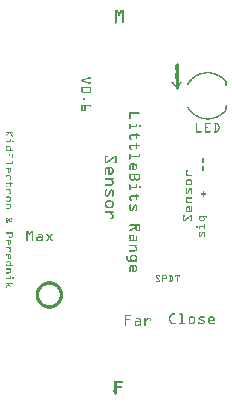
<source format=gto>
G04 MADE WITH FRITZING*
G04 WWW.FRITZING.ORG*
G04 DOUBLE SIDED*
G04 HOLES PLATED*
G04 CONTOUR ON CENTER OF CONTOUR VECTOR*
%ASAXBY*%
%FSLAX23Y23*%
%MOIN*%
%OFA0B0*%
%SFA1.0B1.0*%
%ADD10C,0.009843*%
%ADD11R,0.001000X0.001000*%
%LNSILK1*%
G90*
G70*
G54D10*
X592Y1040D02*
X592Y1119D01*
G54D11*
X385Y1301D02*
X392Y1301D01*
X406Y1301D02*
X414Y1301D01*
X385Y1300D02*
X393Y1300D01*
X406Y1300D02*
X414Y1300D01*
X385Y1299D02*
X393Y1299D01*
X405Y1299D02*
X414Y1299D01*
X385Y1298D02*
X394Y1298D01*
X404Y1298D02*
X414Y1298D01*
X385Y1297D02*
X395Y1297D01*
X404Y1297D02*
X414Y1297D01*
X385Y1296D02*
X396Y1296D01*
X403Y1296D02*
X414Y1296D01*
X385Y1295D02*
X396Y1295D01*
X402Y1295D02*
X414Y1295D01*
X385Y1294D02*
X397Y1294D01*
X402Y1294D02*
X414Y1294D01*
X385Y1293D02*
X398Y1293D01*
X401Y1293D02*
X414Y1293D01*
X385Y1292D02*
X390Y1292D01*
X392Y1292D02*
X398Y1292D01*
X400Y1292D02*
X407Y1292D01*
X409Y1292D02*
X414Y1292D01*
X385Y1291D02*
X390Y1291D01*
X393Y1291D02*
X406Y1291D01*
X409Y1291D02*
X414Y1291D01*
X385Y1290D02*
X390Y1290D01*
X393Y1290D02*
X405Y1290D01*
X409Y1290D02*
X414Y1290D01*
X385Y1289D02*
X390Y1289D01*
X394Y1289D02*
X405Y1289D01*
X409Y1289D02*
X414Y1289D01*
X385Y1288D02*
X390Y1288D01*
X395Y1288D02*
X404Y1288D01*
X409Y1288D02*
X414Y1288D01*
X385Y1287D02*
X390Y1287D01*
X395Y1287D02*
X403Y1287D01*
X409Y1287D02*
X414Y1287D01*
X385Y1286D02*
X390Y1286D01*
X396Y1286D02*
X402Y1286D01*
X409Y1286D02*
X414Y1286D01*
X385Y1285D02*
X390Y1285D01*
X397Y1285D02*
X402Y1285D01*
X409Y1285D02*
X414Y1285D01*
X385Y1284D02*
X390Y1284D01*
X397Y1284D02*
X402Y1284D01*
X409Y1284D02*
X414Y1284D01*
X385Y1283D02*
X390Y1283D01*
X397Y1283D02*
X402Y1283D01*
X409Y1283D02*
X414Y1283D01*
X385Y1282D02*
X390Y1282D01*
X397Y1282D02*
X401Y1282D01*
X409Y1282D02*
X414Y1282D01*
X385Y1281D02*
X390Y1281D01*
X398Y1281D02*
X400Y1281D01*
X409Y1281D02*
X414Y1281D01*
X385Y1280D02*
X390Y1280D01*
X409Y1280D02*
X414Y1280D01*
X385Y1279D02*
X390Y1279D01*
X409Y1279D02*
X414Y1279D01*
X385Y1278D02*
X390Y1278D01*
X409Y1278D02*
X414Y1278D01*
X385Y1277D02*
X390Y1277D01*
X409Y1277D02*
X414Y1277D01*
X385Y1276D02*
X390Y1276D01*
X409Y1276D02*
X414Y1276D01*
X385Y1275D02*
X390Y1275D01*
X409Y1275D02*
X414Y1275D01*
X385Y1274D02*
X390Y1274D01*
X409Y1274D02*
X414Y1274D01*
X385Y1273D02*
X390Y1273D01*
X409Y1273D02*
X414Y1273D01*
X385Y1272D02*
X390Y1272D01*
X409Y1272D02*
X414Y1272D01*
X385Y1271D02*
X390Y1271D01*
X409Y1271D02*
X414Y1271D01*
X385Y1270D02*
X390Y1270D01*
X409Y1270D02*
X414Y1270D01*
X385Y1269D02*
X390Y1269D01*
X409Y1269D02*
X414Y1269D01*
X385Y1268D02*
X390Y1268D01*
X409Y1268D02*
X414Y1268D01*
X385Y1267D02*
X390Y1267D01*
X409Y1267D02*
X414Y1267D01*
X385Y1266D02*
X390Y1266D01*
X409Y1266D02*
X414Y1266D01*
X419Y1266D02*
X419Y1266D01*
X423Y1266D02*
X423Y1266D01*
X385Y1265D02*
X390Y1265D01*
X409Y1265D02*
X414Y1265D01*
X419Y1265D02*
X419Y1265D01*
X423Y1265D02*
X423Y1265D01*
X385Y1264D02*
X390Y1264D01*
X409Y1264D02*
X414Y1264D01*
X420Y1264D02*
X420Y1264D01*
X422Y1264D02*
X423Y1264D01*
X385Y1263D02*
X390Y1263D01*
X409Y1263D02*
X414Y1263D01*
X420Y1263D02*
X420Y1263D01*
X422Y1263D02*
X423Y1263D01*
X385Y1262D02*
X390Y1262D01*
X409Y1262D02*
X414Y1262D01*
X421Y1262D02*
X421Y1262D01*
X423Y1262D02*
X423Y1262D01*
X385Y1261D02*
X390Y1261D01*
X409Y1261D02*
X414Y1261D01*
X421Y1261D02*
X421Y1261D01*
X385Y1260D02*
X390Y1260D01*
X409Y1260D02*
X414Y1260D01*
X385Y1259D02*
X390Y1259D01*
X409Y1259D02*
X414Y1259D01*
X385Y1258D02*
X390Y1258D01*
X409Y1258D02*
X414Y1258D01*
X385Y1257D02*
X390Y1257D01*
X409Y1257D02*
X414Y1257D01*
X385Y1256D02*
X389Y1256D01*
X409Y1256D02*
X413Y1256D01*
X387Y1255D02*
X387Y1255D01*
X412Y1255D02*
X412Y1255D01*
X587Y1117D02*
X593Y1117D01*
X586Y1116D02*
X594Y1116D01*
X586Y1115D02*
X594Y1115D01*
X586Y1114D02*
X594Y1114D01*
X586Y1113D02*
X594Y1113D01*
X586Y1112D02*
X594Y1112D01*
X586Y1111D02*
X594Y1111D01*
X586Y1110D02*
X594Y1110D01*
X586Y1109D02*
X594Y1109D01*
X586Y1108D02*
X594Y1108D01*
X586Y1107D02*
X594Y1107D01*
X586Y1106D02*
X594Y1106D01*
X586Y1105D02*
X594Y1105D01*
X586Y1104D02*
X594Y1104D01*
X586Y1103D02*
X594Y1103D01*
X586Y1102D02*
X594Y1102D01*
X586Y1101D02*
X594Y1101D01*
X586Y1100D02*
X594Y1100D01*
X587Y1099D02*
X593Y1099D01*
X682Y1092D02*
X707Y1092D01*
X677Y1091D02*
X712Y1091D01*
X673Y1090D02*
X716Y1090D01*
X587Y1089D02*
X593Y1089D01*
X670Y1089D02*
X719Y1089D01*
X586Y1088D02*
X594Y1088D01*
X667Y1088D02*
X688Y1088D01*
X701Y1088D02*
X722Y1088D01*
X586Y1087D02*
X594Y1087D01*
X665Y1087D02*
X681Y1087D01*
X708Y1087D02*
X724Y1087D01*
X586Y1086D02*
X594Y1086D01*
X662Y1086D02*
X676Y1086D01*
X713Y1086D02*
X727Y1086D01*
X586Y1085D02*
X594Y1085D01*
X660Y1085D02*
X672Y1085D01*
X716Y1085D02*
X729Y1085D01*
X586Y1084D02*
X594Y1084D01*
X658Y1084D02*
X669Y1084D01*
X719Y1084D02*
X731Y1084D01*
X586Y1083D02*
X594Y1083D01*
X656Y1083D02*
X667Y1083D01*
X722Y1083D02*
X733Y1083D01*
X586Y1082D02*
X594Y1082D01*
X654Y1082D02*
X664Y1082D01*
X724Y1082D02*
X735Y1082D01*
X586Y1081D02*
X594Y1081D01*
X653Y1081D02*
X662Y1081D01*
X727Y1081D02*
X736Y1081D01*
X586Y1080D02*
X594Y1080D01*
X651Y1080D02*
X660Y1080D01*
X729Y1080D02*
X738Y1080D01*
X586Y1079D02*
X594Y1079D01*
X650Y1079D02*
X658Y1079D01*
X730Y1079D02*
X739Y1079D01*
X586Y1078D02*
X594Y1078D01*
X648Y1078D02*
X656Y1078D01*
X732Y1078D02*
X741Y1078D01*
X586Y1077D02*
X594Y1077D01*
X647Y1077D02*
X655Y1077D01*
X734Y1077D02*
X742Y1077D01*
X586Y1076D02*
X594Y1076D01*
X646Y1076D02*
X653Y1076D01*
X735Y1076D02*
X743Y1076D01*
X295Y1075D02*
X305Y1075D01*
X586Y1075D02*
X594Y1075D01*
X644Y1075D02*
X652Y1075D01*
X737Y1075D02*
X744Y1075D01*
X293Y1074D02*
X306Y1074D01*
X586Y1074D02*
X594Y1074D01*
X643Y1074D02*
X650Y1074D01*
X738Y1074D02*
X746Y1074D01*
X290Y1073D02*
X306Y1073D01*
X586Y1073D02*
X594Y1073D01*
X642Y1073D02*
X649Y1073D01*
X740Y1073D02*
X747Y1073D01*
X288Y1072D02*
X305Y1072D01*
X586Y1072D02*
X594Y1072D01*
X641Y1072D02*
X648Y1072D01*
X741Y1072D02*
X748Y1072D01*
X285Y1071D02*
X296Y1071D01*
X587Y1071D02*
X593Y1071D01*
X640Y1071D02*
X647Y1071D01*
X742Y1071D02*
X749Y1071D01*
X283Y1070D02*
X294Y1070D01*
X589Y1070D02*
X591Y1070D01*
X639Y1070D02*
X645Y1070D01*
X743Y1070D02*
X750Y1070D01*
X280Y1069D02*
X291Y1069D01*
X638Y1069D02*
X644Y1069D01*
X745Y1069D02*
X751Y1069D01*
X277Y1068D02*
X288Y1068D01*
X637Y1068D02*
X643Y1068D01*
X746Y1068D02*
X752Y1068D01*
X275Y1067D02*
X286Y1067D01*
X636Y1067D02*
X642Y1067D01*
X747Y1067D02*
X753Y1067D01*
X274Y1066D02*
X283Y1066D01*
X635Y1066D02*
X641Y1066D01*
X748Y1066D02*
X754Y1066D01*
X274Y1065D02*
X281Y1065D01*
X634Y1065D02*
X640Y1065D01*
X749Y1065D02*
X755Y1065D01*
X274Y1064D02*
X283Y1064D01*
X633Y1064D02*
X639Y1064D01*
X750Y1064D02*
X755Y1064D01*
X275Y1063D02*
X286Y1063D01*
X633Y1063D02*
X638Y1063D01*
X751Y1063D02*
X756Y1063D01*
X277Y1062D02*
X288Y1062D01*
X632Y1062D02*
X637Y1062D01*
X751Y1062D02*
X757Y1062D01*
X280Y1061D02*
X291Y1061D01*
X575Y1061D02*
X577Y1061D01*
X606Y1061D02*
X607Y1061D01*
X631Y1061D02*
X637Y1061D01*
X752Y1061D02*
X758Y1061D01*
X282Y1060D02*
X293Y1060D01*
X574Y1060D02*
X578Y1060D01*
X604Y1060D02*
X609Y1060D01*
X630Y1060D02*
X636Y1060D01*
X753Y1060D02*
X758Y1060D01*
X285Y1059D02*
X296Y1059D01*
X573Y1059D02*
X579Y1059D01*
X603Y1059D02*
X609Y1059D01*
X630Y1059D02*
X635Y1059D01*
X754Y1059D02*
X758Y1059D01*
X287Y1058D02*
X305Y1058D01*
X574Y1058D02*
X580Y1058D01*
X603Y1058D02*
X609Y1058D01*
X629Y1058D02*
X634Y1058D01*
X754Y1058D02*
X758Y1058D01*
X290Y1057D02*
X306Y1057D01*
X575Y1057D02*
X581Y1057D01*
X602Y1057D02*
X608Y1057D01*
X628Y1057D02*
X634Y1057D01*
X754Y1057D02*
X758Y1057D01*
X293Y1056D02*
X306Y1056D01*
X576Y1056D02*
X582Y1056D01*
X601Y1056D02*
X607Y1056D01*
X628Y1056D02*
X633Y1056D01*
X754Y1056D02*
X758Y1056D01*
X295Y1055D02*
X305Y1055D01*
X577Y1055D02*
X583Y1055D01*
X600Y1055D02*
X606Y1055D01*
X627Y1055D02*
X632Y1055D01*
X754Y1055D02*
X758Y1055D01*
X578Y1054D02*
X584Y1054D01*
X599Y1054D02*
X605Y1054D01*
X626Y1054D02*
X631Y1054D01*
X754Y1054D02*
X758Y1054D01*
X578Y1053D02*
X585Y1053D01*
X598Y1053D02*
X604Y1053D01*
X626Y1053D02*
X631Y1053D01*
X754Y1053D02*
X758Y1053D01*
X579Y1052D02*
X585Y1052D01*
X597Y1052D02*
X603Y1052D01*
X626Y1052D02*
X630Y1052D01*
X754Y1052D02*
X758Y1052D01*
X580Y1051D02*
X586Y1051D01*
X596Y1051D02*
X602Y1051D01*
X626Y1051D02*
X630Y1051D01*
X754Y1051D02*
X758Y1051D01*
X581Y1050D02*
X587Y1050D01*
X595Y1050D02*
X601Y1050D01*
X754Y1050D02*
X758Y1050D01*
X582Y1049D02*
X588Y1049D01*
X594Y1049D02*
X601Y1049D01*
X754Y1049D02*
X758Y1049D01*
X583Y1048D02*
X589Y1048D01*
X594Y1048D02*
X600Y1048D01*
X754Y1048D02*
X758Y1048D01*
X584Y1047D02*
X590Y1047D01*
X593Y1047D02*
X599Y1047D01*
X754Y1047D02*
X758Y1047D01*
X585Y1046D02*
X598Y1046D01*
X756Y1046D02*
X758Y1046D01*
X586Y1045D02*
X597Y1045D01*
X275Y1044D02*
X304Y1044D01*
X587Y1044D02*
X596Y1044D01*
X274Y1043D02*
X305Y1043D01*
X587Y1043D02*
X595Y1043D01*
X274Y1042D02*
X305Y1042D01*
X589Y1042D02*
X594Y1042D01*
X274Y1041D02*
X306Y1041D01*
X273Y1040D02*
X277Y1040D01*
X302Y1040D02*
X306Y1040D01*
X273Y1039D02*
X277Y1039D01*
X302Y1039D02*
X306Y1039D01*
X273Y1038D02*
X277Y1038D01*
X302Y1038D02*
X306Y1038D01*
X273Y1037D02*
X277Y1037D01*
X302Y1037D02*
X306Y1037D01*
X273Y1036D02*
X277Y1036D01*
X302Y1036D02*
X306Y1036D01*
X273Y1035D02*
X277Y1035D01*
X302Y1035D02*
X306Y1035D01*
X273Y1034D02*
X277Y1034D01*
X302Y1034D02*
X306Y1034D01*
X273Y1033D02*
X277Y1033D01*
X302Y1033D02*
X306Y1033D01*
X273Y1032D02*
X277Y1032D01*
X302Y1032D02*
X306Y1032D01*
X273Y1031D02*
X277Y1031D01*
X302Y1031D02*
X306Y1031D01*
X273Y1030D02*
X277Y1030D01*
X302Y1030D02*
X306Y1030D01*
X273Y1029D02*
X277Y1029D01*
X302Y1029D02*
X306Y1029D01*
X274Y1028D02*
X277Y1028D01*
X302Y1028D02*
X306Y1028D01*
X274Y1027D02*
X306Y1027D01*
X274Y1026D02*
X305Y1026D01*
X275Y1025D02*
X304Y1025D01*
X276Y1024D02*
X303Y1024D01*
X279Y1007D02*
X285Y1007D01*
X279Y1006D02*
X286Y1006D01*
X279Y1005D02*
X286Y1005D01*
X279Y1004D02*
X286Y1004D01*
X279Y1003D02*
X286Y1003D01*
X279Y1002D02*
X286Y1002D01*
X279Y1001D02*
X286Y1001D01*
X280Y1000D02*
X285Y1000D01*
X274Y983D02*
X305Y983D01*
X274Y982D02*
X306Y982D01*
X757Y982D02*
X757Y982D01*
X273Y981D02*
X306Y981D01*
X755Y981D02*
X758Y981D01*
X273Y980D02*
X306Y980D01*
X754Y980D02*
X758Y980D01*
X273Y979D02*
X277Y979D01*
X284Y979D02*
X288Y979D01*
X302Y979D02*
X306Y979D01*
X754Y979D02*
X758Y979D01*
X273Y978D02*
X277Y978D01*
X284Y978D02*
X288Y978D01*
X303Y978D02*
X305Y978D01*
X754Y978D02*
X758Y978D01*
X273Y977D02*
X277Y977D01*
X284Y977D02*
X288Y977D01*
X754Y977D02*
X758Y977D01*
X273Y976D02*
X277Y976D01*
X284Y976D02*
X288Y976D01*
X627Y976D02*
X630Y976D01*
X754Y976D02*
X758Y976D01*
X273Y975D02*
X277Y975D01*
X284Y975D02*
X288Y975D01*
X627Y975D02*
X631Y975D01*
X754Y975D02*
X758Y975D01*
X273Y974D02*
X277Y974D01*
X284Y974D02*
X288Y974D01*
X627Y974D02*
X631Y974D01*
X754Y974D02*
X758Y974D01*
X273Y973D02*
X277Y973D01*
X284Y973D02*
X288Y973D01*
X627Y973D02*
X632Y973D01*
X754Y973D02*
X758Y973D01*
X273Y972D02*
X277Y972D01*
X284Y972D02*
X288Y972D01*
X628Y972D02*
X633Y972D01*
X754Y972D02*
X758Y972D01*
X273Y971D02*
X277Y971D01*
X284Y971D02*
X288Y971D01*
X628Y971D02*
X633Y971D01*
X754Y971D02*
X758Y971D01*
X273Y970D02*
X277Y970D01*
X284Y970D02*
X288Y970D01*
X629Y970D02*
X634Y970D01*
X754Y970D02*
X758Y970D01*
X273Y969D02*
X277Y969D01*
X284Y969D02*
X288Y969D01*
X630Y969D02*
X635Y969D01*
X754Y969D02*
X758Y969D01*
X273Y968D02*
X277Y968D01*
X284Y968D02*
X288Y968D01*
X630Y968D02*
X636Y968D01*
X753Y968D02*
X758Y968D01*
X273Y967D02*
X277Y967D01*
X284Y967D02*
X288Y967D01*
X631Y967D02*
X636Y967D01*
X752Y967D02*
X758Y967D01*
X273Y966D02*
X288Y966D01*
X632Y966D02*
X637Y966D01*
X751Y966D02*
X757Y966D01*
X273Y965D02*
X288Y965D01*
X632Y965D02*
X638Y965D01*
X751Y965D02*
X756Y965D01*
X274Y964D02*
X288Y964D01*
X633Y964D02*
X639Y964D01*
X750Y964D02*
X755Y964D01*
X274Y963D02*
X287Y963D01*
X634Y963D02*
X640Y963D01*
X749Y963D02*
X755Y963D01*
X635Y962D02*
X641Y962D01*
X748Y962D02*
X754Y962D01*
X636Y961D02*
X642Y961D01*
X747Y961D02*
X753Y961D01*
X637Y960D02*
X643Y960D01*
X746Y960D02*
X752Y960D01*
X638Y959D02*
X644Y959D01*
X745Y959D02*
X751Y959D01*
X434Y958D02*
X466Y958D01*
X639Y958D02*
X645Y958D01*
X744Y958D02*
X750Y958D01*
X433Y957D02*
X469Y957D01*
X640Y957D02*
X646Y957D01*
X743Y957D02*
X749Y957D01*
X433Y956D02*
X469Y956D01*
X641Y956D02*
X648Y956D01*
X741Y956D02*
X748Y956D01*
X433Y955D02*
X469Y955D01*
X642Y955D02*
X649Y955D01*
X740Y955D02*
X747Y955D01*
X433Y954D02*
X468Y954D01*
X643Y954D02*
X650Y954D01*
X739Y954D02*
X746Y954D01*
X433Y953D02*
X437Y953D01*
X644Y953D02*
X652Y953D01*
X737Y953D02*
X745Y953D01*
X433Y952D02*
X437Y952D01*
X645Y952D02*
X653Y952D01*
X736Y952D02*
X743Y952D01*
X433Y951D02*
X437Y951D01*
X647Y951D02*
X654Y951D01*
X734Y951D02*
X742Y951D01*
X433Y950D02*
X437Y950D01*
X648Y950D02*
X656Y950D01*
X733Y950D02*
X741Y950D01*
X433Y949D02*
X437Y949D01*
X649Y949D02*
X658Y949D01*
X731Y949D02*
X739Y949D01*
X433Y948D02*
X437Y948D01*
X651Y948D02*
X660Y948D01*
X729Y948D02*
X738Y948D01*
X433Y947D02*
X437Y947D01*
X652Y947D02*
X662Y947D01*
X727Y947D02*
X736Y947D01*
X433Y946D02*
X437Y946D01*
X654Y946D02*
X664Y946D01*
X725Y946D02*
X735Y946D01*
X433Y945D02*
X437Y945D01*
X656Y945D02*
X666Y945D01*
X723Y945D02*
X733Y945D01*
X433Y944D02*
X437Y944D01*
X657Y944D02*
X669Y944D01*
X720Y944D02*
X731Y944D01*
X433Y943D02*
X437Y943D01*
X659Y943D02*
X672Y943D01*
X717Y943D02*
X729Y943D01*
X433Y942D02*
X437Y942D01*
X661Y942D02*
X675Y942D01*
X714Y942D02*
X727Y942D01*
X433Y941D02*
X437Y941D01*
X664Y941D02*
X679Y941D01*
X710Y941D02*
X725Y941D01*
X433Y940D02*
X437Y940D01*
X666Y940D02*
X686Y940D01*
X703Y940D02*
X722Y940D01*
X433Y939D02*
X437Y939D01*
X669Y939D02*
X720Y939D01*
X433Y938D02*
X437Y938D01*
X672Y938D02*
X716Y938D01*
X433Y937D02*
X437Y937D01*
X676Y937D02*
X713Y937D01*
X434Y936D02*
X437Y936D01*
X681Y936D02*
X708Y936D01*
X435Y935D02*
X436Y935D01*
X688Y935D02*
X700Y935D01*
X656Y924D02*
X657Y924D01*
X685Y924D02*
X704Y924D01*
X716Y924D02*
X726Y924D01*
X655Y923D02*
X658Y923D01*
X685Y923D02*
X704Y923D01*
X715Y923D02*
X727Y923D01*
X655Y922D02*
X658Y922D01*
X685Y922D02*
X704Y922D01*
X715Y922D02*
X728Y922D01*
X434Y921D02*
X437Y921D01*
X456Y921D02*
X458Y921D01*
X655Y921D02*
X658Y921D01*
X685Y921D02*
X704Y921D01*
X715Y921D02*
X729Y921D01*
X434Y920D02*
X437Y920D01*
X456Y920D02*
X459Y920D01*
X655Y920D02*
X658Y920D01*
X685Y920D02*
X688Y920D01*
X719Y920D02*
X722Y920D01*
X725Y920D02*
X730Y920D01*
X433Y919D02*
X437Y919D01*
X455Y919D02*
X459Y919D01*
X655Y919D02*
X658Y919D01*
X685Y919D02*
X688Y919D01*
X719Y919D02*
X722Y919D01*
X726Y919D02*
X730Y919D01*
X433Y918D02*
X437Y918D01*
X455Y918D02*
X459Y918D01*
X655Y918D02*
X658Y918D01*
X685Y918D02*
X688Y918D01*
X719Y918D02*
X722Y918D01*
X727Y918D02*
X731Y918D01*
X433Y917D02*
X437Y917D01*
X455Y917D02*
X459Y917D01*
X467Y917D02*
X469Y917D01*
X655Y917D02*
X658Y917D01*
X685Y917D02*
X688Y917D01*
X719Y917D02*
X722Y917D01*
X727Y917D02*
X731Y917D01*
X433Y916D02*
X437Y916D01*
X455Y916D02*
X459Y916D01*
X466Y916D02*
X471Y916D01*
X655Y916D02*
X658Y916D01*
X685Y916D02*
X688Y916D01*
X719Y916D02*
X722Y916D01*
X728Y916D02*
X732Y916D01*
X433Y915D02*
X437Y915D01*
X455Y915D02*
X459Y915D01*
X465Y915D02*
X471Y915D01*
X655Y915D02*
X658Y915D01*
X685Y915D02*
X688Y915D01*
X719Y915D02*
X722Y915D01*
X728Y915D02*
X732Y915D01*
X433Y914D02*
X459Y914D01*
X465Y914D02*
X471Y914D01*
X655Y914D02*
X658Y914D01*
X685Y914D02*
X688Y914D01*
X719Y914D02*
X722Y914D01*
X729Y914D02*
X733Y914D01*
X433Y913D02*
X459Y913D01*
X465Y913D02*
X471Y913D01*
X655Y913D02*
X658Y913D01*
X685Y913D02*
X688Y913D01*
X719Y913D02*
X722Y913D01*
X729Y913D02*
X733Y913D01*
X433Y912D02*
X459Y912D01*
X465Y912D02*
X471Y912D01*
X655Y912D02*
X658Y912D01*
X685Y912D02*
X688Y912D01*
X719Y912D02*
X722Y912D01*
X730Y912D02*
X734Y912D01*
X433Y911D02*
X459Y911D01*
X466Y911D02*
X471Y911D01*
X655Y911D02*
X658Y911D01*
X685Y911D02*
X688Y911D01*
X719Y911D02*
X722Y911D01*
X730Y911D02*
X734Y911D01*
X433Y910D02*
X438Y910D01*
X655Y910D02*
X658Y910D01*
X685Y910D02*
X695Y910D01*
X719Y910D02*
X722Y910D01*
X731Y910D02*
X734Y910D01*
X433Y909D02*
X437Y909D01*
X655Y909D02*
X658Y909D01*
X685Y909D02*
X696Y909D01*
X719Y909D02*
X722Y909D01*
X731Y909D02*
X734Y909D01*
X433Y908D02*
X437Y908D01*
X655Y908D02*
X658Y908D01*
X685Y908D02*
X696Y908D01*
X719Y908D02*
X722Y908D01*
X731Y908D02*
X734Y908D01*
X433Y907D02*
X437Y907D01*
X655Y907D02*
X658Y907D01*
X685Y907D02*
X696Y907D01*
X719Y907D02*
X722Y907D01*
X731Y907D02*
X734Y907D01*
X433Y906D02*
X437Y906D01*
X655Y906D02*
X658Y906D01*
X685Y906D02*
X688Y906D01*
X719Y906D02*
X722Y906D01*
X731Y906D02*
X734Y906D01*
X434Y905D02*
X437Y905D01*
X655Y905D02*
X658Y905D01*
X685Y905D02*
X688Y905D01*
X719Y905D02*
X722Y905D01*
X730Y905D02*
X734Y905D01*
X434Y904D02*
X437Y904D01*
X655Y904D02*
X658Y904D01*
X685Y904D02*
X688Y904D01*
X719Y904D02*
X722Y904D01*
X730Y904D02*
X733Y904D01*
X655Y903D02*
X658Y903D01*
X685Y903D02*
X688Y903D01*
X719Y903D02*
X722Y903D01*
X729Y903D02*
X733Y903D01*
X655Y902D02*
X658Y902D01*
X685Y902D02*
X688Y902D01*
X719Y902D02*
X722Y902D01*
X729Y902D02*
X733Y902D01*
X655Y901D02*
X658Y901D01*
X685Y901D02*
X688Y901D01*
X719Y901D02*
X722Y901D01*
X728Y901D02*
X732Y901D01*
X655Y900D02*
X658Y900D01*
X685Y900D02*
X688Y900D01*
X719Y900D02*
X722Y900D01*
X728Y900D02*
X732Y900D01*
X655Y899D02*
X658Y899D01*
X685Y899D02*
X688Y899D01*
X719Y899D02*
X722Y899D01*
X727Y899D02*
X731Y899D01*
X655Y898D02*
X658Y898D01*
X685Y898D02*
X688Y898D01*
X719Y898D02*
X722Y898D01*
X727Y898D02*
X731Y898D01*
X655Y897D02*
X658Y897D01*
X685Y897D02*
X688Y897D01*
X719Y897D02*
X722Y897D01*
X726Y897D02*
X730Y897D01*
X655Y896D02*
X673Y896D01*
X685Y896D02*
X703Y896D01*
X716Y896D02*
X730Y896D01*
X655Y895D02*
X674Y895D01*
X685Y895D02*
X704Y895D01*
X715Y895D02*
X729Y895D01*
X655Y894D02*
X674Y894D01*
X685Y894D02*
X704Y894D01*
X715Y894D02*
X728Y894D01*
X21Y893D02*
X46Y893D01*
X655Y893D02*
X674Y893D01*
X685Y893D02*
X704Y893D01*
X715Y893D02*
X727Y893D01*
X21Y892D02*
X46Y892D01*
X655Y892D02*
X673Y892D01*
X685Y892D02*
X703Y892D01*
X716Y892D02*
X724Y892D01*
X22Y891D02*
X45Y891D01*
X30Y890D02*
X37Y890D01*
X457Y890D02*
X458Y890D01*
X29Y889D02*
X32Y889D01*
X34Y889D02*
X38Y889D01*
X456Y889D02*
X459Y889D01*
X28Y888D02*
X31Y888D01*
X35Y888D02*
X39Y888D01*
X455Y888D02*
X459Y888D01*
X27Y887D02*
X31Y887D01*
X36Y887D02*
X40Y887D01*
X455Y887D02*
X459Y887D01*
X26Y886D02*
X30Y886D01*
X37Y886D02*
X40Y886D01*
X455Y886D02*
X459Y886D01*
X25Y885D02*
X29Y885D01*
X38Y885D02*
X41Y885D01*
X438Y885D02*
X466Y885D01*
X25Y884D02*
X28Y884D01*
X39Y884D02*
X42Y884D01*
X436Y884D02*
X467Y884D01*
X24Y883D02*
X27Y883D01*
X40Y883D02*
X43Y883D01*
X435Y883D02*
X467Y883D01*
X23Y882D02*
X26Y882D01*
X40Y882D02*
X44Y882D01*
X434Y882D02*
X467Y882D01*
X22Y881D02*
X25Y881D01*
X41Y881D02*
X45Y881D01*
X434Y881D02*
X465Y881D01*
X21Y880D02*
X25Y880D01*
X42Y880D02*
X45Y880D01*
X434Y880D02*
X438Y880D01*
X455Y880D02*
X459Y880D01*
X21Y879D02*
X24Y879D01*
X43Y879D02*
X46Y879D01*
X433Y879D02*
X437Y879D01*
X455Y879D02*
X459Y879D01*
X21Y878D02*
X23Y878D01*
X44Y878D02*
X45Y878D01*
X433Y878D02*
X437Y878D01*
X455Y878D02*
X459Y878D01*
X433Y877D02*
X437Y877D01*
X455Y877D02*
X459Y877D01*
X433Y876D02*
X437Y876D01*
X455Y876D02*
X459Y876D01*
X433Y875D02*
X437Y875D01*
X455Y875D02*
X459Y875D01*
X433Y874D02*
X437Y874D01*
X455Y874D02*
X459Y874D01*
X434Y873D02*
X437Y873D01*
X455Y873D02*
X459Y873D01*
X434Y872D02*
X438Y872D01*
X455Y872D02*
X459Y872D01*
X434Y871D02*
X440Y871D01*
X456Y871D02*
X459Y871D01*
X435Y870D02*
X441Y870D01*
X456Y870D02*
X458Y870D01*
X436Y869D02*
X441Y869D01*
X22Y868D02*
X22Y868D01*
X37Y868D02*
X38Y868D01*
X437Y868D02*
X441Y868D01*
X21Y867D02*
X23Y867D01*
X37Y867D02*
X39Y867D01*
X439Y867D02*
X440Y867D01*
X21Y866D02*
X23Y866D01*
X36Y866D02*
X39Y866D01*
X21Y865D02*
X23Y865D01*
X36Y865D02*
X39Y865D01*
X21Y864D02*
X23Y864D01*
X36Y864D02*
X39Y864D01*
X44Y864D02*
X47Y864D01*
X21Y863D02*
X39Y863D01*
X44Y863D02*
X47Y863D01*
X21Y862D02*
X39Y862D01*
X44Y862D02*
X47Y862D01*
X21Y861D02*
X39Y861D01*
X44Y861D02*
X47Y861D01*
X21Y860D02*
X37Y860D01*
X45Y860D02*
X46Y860D01*
X21Y859D02*
X23Y859D01*
X21Y858D02*
X23Y858D01*
X21Y857D02*
X23Y857D01*
X21Y856D02*
X23Y856D01*
X457Y856D02*
X458Y856D01*
X456Y855D02*
X459Y855D01*
X455Y854D02*
X459Y854D01*
X455Y853D02*
X459Y853D01*
X455Y852D02*
X459Y852D01*
X437Y851D02*
X466Y851D01*
X436Y850D02*
X467Y850D01*
X435Y849D02*
X467Y849D01*
X434Y848D02*
X467Y848D01*
X434Y847D02*
X465Y847D01*
X434Y846D02*
X438Y846D01*
X455Y846D02*
X459Y846D01*
X24Y845D02*
X36Y845D01*
X433Y845D02*
X437Y845D01*
X455Y845D02*
X459Y845D01*
X23Y844D02*
X37Y844D01*
X433Y844D02*
X437Y844D01*
X455Y844D02*
X459Y844D01*
X22Y843D02*
X38Y843D01*
X433Y843D02*
X437Y843D01*
X455Y843D02*
X459Y843D01*
X21Y842D02*
X25Y842D01*
X35Y842D02*
X38Y842D01*
X433Y842D02*
X437Y842D01*
X455Y842D02*
X459Y842D01*
X21Y841D02*
X24Y841D01*
X36Y841D02*
X39Y841D01*
X433Y841D02*
X437Y841D01*
X455Y841D02*
X459Y841D01*
X21Y840D02*
X23Y840D01*
X36Y840D02*
X39Y840D01*
X433Y840D02*
X437Y840D01*
X455Y840D02*
X459Y840D01*
X21Y839D02*
X23Y839D01*
X36Y839D02*
X39Y839D01*
X434Y839D02*
X438Y839D01*
X455Y839D02*
X459Y839D01*
X21Y838D02*
X23Y838D01*
X36Y838D02*
X39Y838D01*
X434Y838D02*
X439Y838D01*
X455Y838D02*
X459Y838D01*
X21Y837D02*
X23Y837D01*
X36Y837D02*
X39Y837D01*
X434Y837D02*
X440Y837D01*
X456Y837D02*
X459Y837D01*
X21Y836D02*
X24Y836D01*
X36Y836D02*
X39Y836D01*
X435Y836D02*
X441Y836D01*
X456Y836D02*
X458Y836D01*
X21Y835D02*
X25Y835D01*
X35Y835D02*
X38Y835D01*
X436Y835D02*
X441Y835D01*
X22Y834D02*
X26Y834D01*
X34Y834D02*
X38Y834D01*
X437Y834D02*
X441Y834D01*
X23Y833D02*
X27Y833D01*
X33Y833D02*
X37Y833D01*
X439Y833D02*
X439Y833D01*
X21Y832D02*
X45Y832D01*
X21Y831D02*
X46Y831D01*
X21Y830D02*
X45Y830D01*
X21Y821D02*
X46Y821D01*
X21Y820D02*
X46Y820D01*
X435Y820D02*
X436Y820D01*
X467Y820D02*
X468Y820D01*
X21Y819D02*
X46Y819D01*
X434Y819D02*
X437Y819D01*
X466Y819D02*
X469Y819D01*
X21Y818D02*
X23Y818D01*
X32Y818D02*
X35Y818D01*
X44Y818D02*
X46Y818D01*
X433Y818D02*
X437Y818D01*
X465Y818D02*
X469Y818D01*
X21Y817D02*
X23Y817D01*
X32Y817D02*
X35Y817D01*
X44Y817D02*
X46Y817D01*
X433Y817D02*
X437Y817D01*
X465Y817D02*
X469Y817D01*
X21Y816D02*
X23Y816D01*
X32Y816D02*
X35Y816D01*
X44Y816D02*
X46Y816D01*
X433Y816D02*
X437Y816D01*
X465Y816D02*
X469Y816D01*
X21Y815D02*
X23Y815D01*
X32Y815D02*
X35Y815D01*
X44Y815D02*
X46Y815D01*
X433Y815D02*
X437Y815D01*
X465Y815D02*
X469Y815D01*
X21Y814D02*
X23Y814D01*
X32Y814D02*
X35Y814D01*
X44Y814D02*
X46Y814D01*
X356Y814D02*
X360Y814D01*
X384Y814D02*
X388Y814D01*
X433Y814D02*
X437Y814D01*
X465Y814D02*
X469Y814D01*
X21Y813D02*
X23Y813D01*
X32Y813D02*
X34Y813D01*
X44Y813D02*
X46Y813D01*
X355Y813D02*
X360Y813D01*
X382Y813D02*
X389Y813D01*
X433Y813D02*
X469Y813D01*
X21Y812D02*
X23Y812D01*
X44Y812D02*
X46Y812D01*
X354Y812D02*
X361Y812D01*
X381Y812D02*
X390Y812D01*
X433Y812D02*
X469Y812D01*
X21Y811D02*
X23Y811D01*
X44Y811D02*
X46Y811D01*
X353Y811D02*
X360Y811D01*
X380Y811D02*
X391Y811D01*
X433Y811D02*
X469Y811D01*
X21Y810D02*
X23Y810D01*
X44Y810D02*
X46Y810D01*
X352Y810D02*
X360Y810D01*
X378Y810D02*
X391Y810D01*
X433Y810D02*
X469Y810D01*
X21Y809D02*
X23Y809D01*
X44Y809D02*
X46Y809D01*
X352Y809D02*
X357Y809D01*
X377Y809D02*
X385Y809D01*
X387Y809D02*
X391Y809D01*
X433Y809D02*
X468Y809D01*
X21Y808D02*
X23Y808D01*
X44Y808D02*
X46Y808D01*
X352Y808D02*
X356Y808D01*
X376Y808D02*
X383Y808D01*
X387Y808D02*
X391Y808D01*
X433Y808D02*
X437Y808D01*
X21Y807D02*
X23Y807D01*
X44Y807D02*
X46Y807D01*
X352Y807D02*
X356Y807D01*
X375Y807D02*
X382Y807D01*
X387Y807D02*
X391Y807D01*
X433Y807D02*
X437Y807D01*
X678Y807D02*
X678Y807D01*
X21Y806D02*
X23Y806D01*
X44Y806D02*
X45Y806D01*
X352Y806D02*
X356Y806D01*
X373Y806D02*
X381Y806D01*
X387Y806D02*
X391Y806D01*
X433Y806D02*
X437Y806D01*
X676Y806D02*
X680Y806D01*
X352Y805D02*
X356Y805D01*
X372Y805D02*
X380Y805D01*
X387Y805D02*
X391Y805D01*
X433Y805D02*
X437Y805D01*
X676Y805D02*
X680Y805D01*
X352Y804D02*
X356Y804D01*
X371Y804D02*
X378Y804D01*
X387Y804D02*
X391Y804D01*
X433Y804D02*
X437Y804D01*
X676Y804D02*
X680Y804D01*
X352Y803D02*
X356Y803D01*
X369Y803D02*
X377Y803D01*
X387Y803D02*
X391Y803D01*
X434Y803D02*
X437Y803D01*
X676Y803D02*
X680Y803D01*
X352Y802D02*
X356Y802D01*
X368Y802D02*
X376Y802D01*
X387Y802D02*
X391Y802D01*
X434Y802D02*
X436Y802D01*
X676Y802D02*
X680Y802D01*
X352Y801D02*
X356Y801D01*
X367Y801D02*
X374Y801D01*
X387Y801D02*
X391Y801D01*
X676Y801D02*
X680Y801D01*
X352Y800D02*
X356Y800D01*
X366Y800D02*
X373Y800D01*
X387Y800D02*
X391Y800D01*
X676Y800D02*
X680Y800D01*
X352Y799D02*
X356Y799D01*
X364Y799D02*
X372Y799D01*
X387Y799D02*
X391Y799D01*
X676Y799D02*
X680Y799D01*
X352Y798D02*
X356Y798D01*
X363Y798D02*
X371Y798D01*
X387Y798D02*
X391Y798D01*
X676Y798D02*
X680Y798D01*
X352Y797D02*
X356Y797D01*
X362Y797D02*
X369Y797D01*
X387Y797D02*
X391Y797D01*
X676Y797D02*
X680Y797D01*
X22Y796D02*
X22Y796D01*
X44Y796D02*
X45Y796D01*
X352Y796D02*
X356Y796D01*
X360Y796D02*
X368Y796D01*
X387Y796D02*
X391Y796D01*
X676Y796D02*
X680Y796D01*
X21Y795D02*
X23Y795D01*
X44Y795D02*
X46Y795D01*
X352Y795D02*
X356Y795D01*
X359Y795D02*
X367Y795D01*
X387Y795D02*
X391Y795D01*
X676Y795D02*
X680Y795D01*
X21Y794D02*
X23Y794D01*
X44Y794D02*
X46Y794D01*
X352Y794D02*
X365Y794D01*
X385Y794D02*
X391Y794D01*
X676Y794D02*
X680Y794D01*
X21Y793D02*
X23Y793D01*
X44Y793D02*
X46Y793D01*
X352Y793D02*
X364Y793D01*
X383Y793D02*
X391Y793D01*
X676Y793D02*
X680Y793D01*
X21Y792D02*
X23Y792D01*
X44Y792D02*
X46Y792D01*
X353Y792D02*
X363Y792D01*
X383Y792D02*
X390Y792D01*
X676Y792D02*
X680Y792D01*
X21Y791D02*
X46Y791D01*
X353Y791D02*
X362Y791D01*
X383Y791D02*
X389Y791D01*
X676Y791D02*
X680Y791D01*
X21Y790D02*
X46Y790D01*
X355Y790D02*
X360Y790D01*
X383Y790D02*
X388Y790D01*
X676Y790D02*
X679Y790D01*
X21Y789D02*
X46Y789D01*
X357Y789D02*
X358Y789D01*
X385Y789D02*
X386Y789D01*
X21Y788D02*
X44Y788D01*
X439Y788D02*
X453Y788D01*
X21Y787D02*
X23Y787D01*
X437Y787D02*
X455Y787D01*
X21Y786D02*
X23Y786D01*
X436Y786D02*
X456Y786D01*
X21Y785D02*
X23Y785D01*
X436Y785D02*
X457Y785D01*
X21Y784D02*
X23Y784D01*
X435Y784D02*
X458Y784D01*
X434Y783D02*
X439Y783D01*
X443Y783D02*
X447Y783D01*
X453Y783D02*
X458Y783D01*
X434Y782D02*
X438Y782D01*
X443Y782D02*
X447Y782D01*
X454Y782D02*
X459Y782D01*
X434Y781D02*
X438Y781D01*
X443Y781D02*
X447Y781D01*
X455Y781D02*
X459Y781D01*
X677Y781D02*
X679Y781D01*
X433Y780D02*
X437Y780D01*
X443Y780D02*
X447Y780D01*
X455Y780D02*
X459Y780D01*
X676Y780D02*
X680Y780D01*
X433Y779D02*
X437Y779D01*
X443Y779D02*
X447Y779D01*
X455Y779D02*
X459Y779D01*
X676Y779D02*
X680Y779D01*
X433Y778D02*
X437Y778D01*
X443Y778D02*
X447Y778D01*
X455Y778D02*
X459Y778D01*
X676Y778D02*
X680Y778D01*
X359Y777D02*
X373Y777D01*
X433Y777D02*
X437Y777D01*
X443Y777D02*
X447Y777D01*
X455Y777D02*
X459Y777D01*
X676Y777D02*
X680Y777D01*
X357Y776D02*
X375Y776D01*
X433Y776D02*
X437Y776D01*
X443Y776D02*
X447Y776D01*
X455Y776D02*
X459Y776D01*
X676Y776D02*
X680Y776D01*
X356Y775D02*
X376Y775D01*
X433Y775D02*
X437Y775D01*
X443Y775D02*
X447Y775D01*
X455Y775D02*
X459Y775D01*
X676Y775D02*
X680Y775D01*
X355Y774D02*
X377Y774D01*
X433Y774D02*
X437Y774D01*
X443Y774D02*
X447Y774D01*
X455Y774D02*
X459Y774D01*
X676Y774D02*
X680Y774D01*
X24Y773D02*
X36Y773D01*
X354Y773D02*
X378Y773D01*
X433Y773D02*
X437Y773D01*
X443Y773D02*
X447Y773D01*
X455Y773D02*
X459Y773D01*
X676Y773D02*
X680Y773D01*
X23Y772D02*
X37Y772D01*
X353Y772D02*
X360Y772D01*
X363Y772D02*
X368Y772D01*
X372Y772D02*
X379Y772D01*
X433Y772D02*
X437Y772D01*
X443Y772D02*
X447Y772D01*
X455Y772D02*
X459Y772D01*
X676Y772D02*
X680Y772D01*
X22Y771D02*
X38Y771D01*
X353Y771D02*
X358Y771D01*
X363Y771D02*
X367Y771D01*
X374Y771D02*
X380Y771D01*
X433Y771D02*
X437Y771D01*
X443Y771D02*
X447Y771D01*
X454Y771D02*
X458Y771D01*
X676Y771D02*
X680Y771D01*
X21Y770D02*
X25Y770D01*
X28Y770D02*
X30Y770D01*
X35Y770D02*
X38Y770D01*
X352Y770D02*
X357Y770D01*
X363Y770D02*
X367Y770D01*
X375Y770D02*
X380Y770D01*
X433Y770D02*
X437Y770D01*
X443Y770D02*
X448Y770D01*
X452Y770D02*
X458Y770D01*
X676Y770D02*
X680Y770D01*
X21Y769D02*
X24Y769D01*
X28Y769D02*
X30Y769D01*
X36Y769D02*
X39Y769D01*
X352Y769D02*
X357Y769D01*
X363Y769D02*
X367Y769D01*
X376Y769D02*
X380Y769D01*
X433Y769D02*
X437Y769D01*
X443Y769D02*
X457Y769D01*
X676Y769D02*
X680Y769D01*
X21Y768D02*
X23Y768D01*
X28Y768D02*
X30Y768D01*
X36Y768D02*
X39Y768D01*
X352Y768D02*
X356Y768D01*
X363Y768D02*
X367Y768D01*
X376Y768D02*
X380Y768D01*
X433Y768D02*
X437Y768D01*
X443Y768D02*
X456Y768D01*
X676Y768D02*
X680Y768D01*
X21Y767D02*
X23Y767D01*
X28Y767D02*
X30Y767D01*
X36Y767D02*
X39Y767D01*
X352Y767D02*
X356Y767D01*
X363Y767D02*
X367Y767D01*
X376Y767D02*
X380Y767D01*
X434Y767D02*
X437Y767D01*
X444Y767D02*
X455Y767D01*
X676Y767D02*
X680Y767D01*
X21Y766D02*
X23Y766D01*
X28Y766D02*
X30Y766D01*
X36Y766D02*
X39Y766D01*
X352Y766D02*
X356Y766D01*
X363Y766D02*
X367Y766D01*
X376Y766D02*
X380Y766D01*
X434Y766D02*
X436Y766D01*
X444Y766D02*
X454Y766D01*
X626Y766D02*
X627Y766D01*
X676Y766D02*
X680Y766D01*
X21Y765D02*
X23Y765D01*
X28Y765D02*
X30Y765D01*
X36Y765D02*
X39Y765D01*
X352Y765D02*
X356Y765D01*
X363Y765D02*
X367Y765D01*
X376Y765D02*
X380Y765D01*
X624Y765D02*
X629Y765D01*
X676Y765D02*
X680Y765D01*
X21Y764D02*
X23Y764D01*
X28Y764D02*
X30Y764D01*
X36Y764D02*
X39Y764D01*
X352Y764D02*
X356Y764D01*
X363Y764D02*
X367Y764D01*
X376Y764D02*
X380Y764D01*
X622Y764D02*
X629Y764D01*
X677Y764D02*
X679Y764D01*
X21Y763D02*
X23Y763D01*
X28Y763D02*
X30Y763D01*
X36Y763D02*
X39Y763D01*
X352Y763D02*
X356Y763D01*
X363Y763D02*
X367Y763D01*
X376Y763D02*
X380Y763D01*
X622Y763D02*
X629Y763D01*
X21Y762D02*
X23Y762D01*
X28Y762D02*
X30Y762D01*
X36Y762D02*
X39Y762D01*
X352Y762D02*
X356Y762D01*
X363Y762D02*
X367Y762D01*
X376Y762D02*
X380Y762D01*
X621Y762D02*
X628Y762D01*
X21Y761D02*
X23Y761D01*
X28Y761D02*
X30Y761D01*
X35Y761D02*
X38Y761D01*
X352Y761D02*
X356Y761D01*
X363Y761D02*
X367Y761D01*
X376Y761D02*
X380Y761D01*
X621Y761D02*
X624Y761D01*
X21Y760D02*
X23Y760D01*
X28Y760D02*
X37Y760D01*
X352Y760D02*
X356Y760D01*
X363Y760D02*
X367Y760D01*
X376Y760D02*
X380Y760D01*
X621Y760D02*
X624Y760D01*
X21Y759D02*
X23Y759D01*
X28Y759D02*
X36Y759D01*
X352Y759D02*
X356Y759D01*
X363Y759D02*
X367Y759D01*
X375Y759D02*
X380Y759D01*
X621Y759D02*
X624Y759D01*
X21Y758D02*
X23Y758D01*
X28Y758D02*
X35Y758D01*
X352Y758D02*
X356Y758D01*
X363Y758D02*
X367Y758D01*
X374Y758D02*
X380Y758D01*
X621Y758D02*
X624Y758D01*
X352Y757D02*
X356Y757D01*
X363Y757D02*
X367Y757D01*
X373Y757D02*
X379Y757D01*
X621Y757D02*
X624Y757D01*
X352Y756D02*
X356Y756D01*
X363Y756D02*
X378Y756D01*
X621Y756D02*
X624Y756D01*
X352Y755D02*
X356Y755D01*
X363Y755D02*
X378Y755D01*
X621Y755D02*
X625Y755D01*
X352Y754D02*
X356Y754D01*
X363Y754D02*
X377Y754D01*
X433Y754D02*
X469Y754D01*
X621Y754D02*
X626Y754D01*
X352Y753D02*
X356Y753D01*
X363Y753D02*
X376Y753D01*
X433Y753D02*
X469Y753D01*
X622Y753D02*
X627Y753D01*
X353Y752D02*
X355Y752D01*
X364Y752D02*
X374Y752D01*
X433Y752D02*
X469Y752D01*
X623Y752D02*
X628Y752D01*
X433Y751D02*
X469Y751D01*
X624Y751D02*
X628Y751D01*
X29Y750D02*
X31Y750D01*
X433Y750D02*
X438Y750D01*
X449Y750D02*
X454Y750D01*
X465Y750D02*
X469Y750D01*
X625Y750D02*
X629Y750D01*
X26Y749D02*
X34Y749D01*
X433Y749D02*
X437Y749D01*
X449Y749D02*
X453Y749D01*
X465Y749D02*
X469Y749D01*
X621Y749D02*
X642Y749D01*
X24Y748D02*
X35Y748D01*
X433Y748D02*
X437Y748D01*
X449Y748D02*
X453Y748D01*
X465Y748D02*
X469Y748D01*
X621Y748D02*
X643Y748D01*
X23Y747D02*
X36Y747D01*
X433Y747D02*
X437Y747D01*
X449Y747D02*
X453Y747D01*
X465Y747D02*
X469Y747D01*
X621Y747D02*
X643Y747D01*
X23Y746D02*
X26Y746D01*
X34Y746D02*
X37Y746D01*
X433Y746D02*
X437Y746D01*
X449Y746D02*
X453Y746D01*
X465Y746D02*
X469Y746D01*
X621Y746D02*
X643Y746D01*
X22Y745D02*
X25Y745D01*
X35Y745D02*
X38Y745D01*
X433Y745D02*
X437Y745D01*
X449Y745D02*
X453Y745D01*
X465Y745D02*
X469Y745D01*
X21Y744D02*
X24Y744D01*
X35Y744D02*
X38Y744D01*
X433Y744D02*
X437Y744D01*
X449Y744D02*
X453Y744D01*
X465Y744D02*
X469Y744D01*
X21Y743D02*
X24Y743D01*
X36Y743D02*
X39Y743D01*
X433Y743D02*
X437Y743D01*
X449Y743D02*
X453Y743D01*
X465Y743D02*
X469Y743D01*
X21Y742D02*
X23Y742D01*
X36Y742D02*
X39Y742D01*
X433Y742D02*
X437Y742D01*
X449Y742D02*
X453Y742D01*
X465Y742D02*
X469Y742D01*
X21Y741D02*
X23Y741D01*
X36Y741D02*
X39Y741D01*
X433Y741D02*
X437Y741D01*
X449Y741D02*
X453Y741D01*
X465Y741D02*
X469Y741D01*
X21Y740D02*
X23Y740D01*
X36Y740D02*
X39Y740D01*
X355Y740D02*
X378Y740D01*
X434Y740D02*
X437Y740D01*
X449Y740D02*
X453Y740D01*
X465Y740D02*
X469Y740D01*
X21Y739D02*
X23Y739D01*
X36Y739D02*
X39Y739D01*
X353Y739D02*
X380Y739D01*
X434Y739D02*
X438Y739D01*
X449Y739D02*
X454Y739D01*
X465Y739D02*
X469Y739D01*
X21Y738D02*
X23Y738D01*
X36Y738D02*
X39Y738D01*
X352Y738D02*
X380Y738D01*
X434Y738D02*
X438Y738D01*
X448Y738D02*
X454Y738D01*
X464Y738D02*
X469Y738D01*
X21Y737D02*
X23Y737D01*
X36Y737D02*
X39Y737D01*
X352Y737D02*
X380Y737D01*
X434Y737D02*
X439Y737D01*
X447Y737D02*
X455Y737D01*
X463Y737D02*
X468Y737D01*
X21Y736D02*
X23Y736D01*
X36Y736D02*
X39Y736D01*
X352Y736D02*
X380Y736D01*
X435Y736D02*
X468Y736D01*
X627Y736D02*
X637Y736D01*
X21Y735D02*
X23Y735D01*
X36Y735D02*
X39Y735D01*
X354Y735D02*
X379Y735D01*
X436Y735D02*
X467Y735D01*
X625Y735D02*
X639Y735D01*
X21Y734D02*
X23Y734D01*
X37Y734D02*
X38Y734D01*
X371Y734D02*
X376Y734D01*
X436Y734D02*
X450Y734D01*
X452Y734D02*
X466Y734D01*
X623Y734D02*
X640Y734D01*
X372Y733D02*
X377Y733D01*
X438Y733D02*
X449Y733D01*
X454Y733D02*
X465Y733D01*
X623Y733D02*
X641Y733D01*
X372Y732D02*
X378Y732D01*
X440Y732D02*
X447Y732D01*
X456Y732D02*
X463Y732D01*
X622Y732D02*
X642Y732D01*
X373Y731D02*
X378Y731D01*
X621Y731D02*
X625Y731D01*
X638Y731D02*
X643Y731D01*
X374Y730D02*
X379Y730D01*
X621Y730D02*
X624Y730D01*
X639Y730D02*
X643Y730D01*
X374Y729D02*
X379Y729D01*
X621Y729D02*
X624Y729D01*
X640Y729D02*
X643Y729D01*
X375Y728D02*
X380Y728D01*
X621Y728D02*
X624Y728D01*
X640Y728D02*
X643Y728D01*
X376Y727D02*
X380Y727D01*
X621Y727D02*
X624Y727D01*
X640Y727D02*
X643Y727D01*
X376Y726D02*
X380Y726D01*
X621Y726D02*
X624Y726D01*
X640Y726D02*
X643Y726D01*
X37Y725D02*
X39Y725D01*
X376Y725D02*
X380Y725D01*
X621Y725D02*
X624Y725D01*
X640Y725D02*
X643Y725D01*
X36Y724D02*
X39Y724D01*
X376Y724D02*
X380Y724D01*
X621Y724D02*
X624Y724D01*
X640Y724D02*
X643Y724D01*
X36Y723D02*
X39Y723D01*
X376Y723D02*
X380Y723D01*
X621Y723D02*
X624Y723D01*
X640Y723D02*
X643Y723D01*
X23Y722D02*
X44Y722D01*
X376Y722D02*
X380Y722D01*
X621Y722D02*
X624Y722D01*
X640Y722D02*
X643Y722D01*
X22Y721D02*
X44Y721D01*
X375Y721D02*
X380Y721D01*
X621Y721D02*
X625Y721D01*
X639Y721D02*
X643Y721D01*
X22Y720D02*
X44Y720D01*
X370Y720D02*
X380Y720D01*
X621Y720D02*
X626Y720D01*
X638Y720D02*
X642Y720D01*
X21Y719D02*
X24Y719D01*
X36Y719D02*
X39Y719D01*
X353Y719D02*
X379Y719D01*
X622Y719D02*
X642Y719D01*
X21Y718D02*
X23Y718D01*
X36Y718D02*
X39Y718D01*
X352Y718D02*
X379Y718D01*
X434Y718D02*
X436Y718D01*
X456Y718D02*
X458Y718D01*
X623Y718D02*
X641Y718D01*
X21Y717D02*
X23Y717D01*
X36Y717D02*
X39Y717D01*
X352Y717D02*
X378Y717D01*
X434Y717D02*
X437Y717D01*
X456Y717D02*
X459Y717D01*
X624Y717D02*
X640Y717D01*
X21Y716D02*
X23Y716D01*
X36Y716D02*
X39Y716D01*
X352Y716D02*
X377Y716D01*
X433Y716D02*
X437Y716D01*
X455Y716D02*
X459Y716D01*
X625Y716D02*
X639Y716D01*
X21Y715D02*
X23Y715D01*
X36Y715D02*
X39Y715D01*
X353Y715D02*
X374Y715D01*
X433Y715D02*
X437Y715D01*
X455Y715D02*
X459Y715D01*
X21Y714D02*
X23Y714D01*
X36Y714D02*
X39Y714D01*
X433Y714D02*
X437Y714D01*
X455Y714D02*
X459Y714D01*
X21Y713D02*
X24Y713D01*
X36Y713D02*
X39Y713D01*
X433Y713D02*
X437Y713D01*
X455Y713D02*
X459Y713D01*
X466Y713D02*
X471Y713D01*
X22Y712D02*
X26Y712D01*
X37Y712D02*
X39Y712D01*
X433Y712D02*
X437Y712D01*
X455Y712D02*
X459Y712D01*
X465Y712D02*
X471Y712D01*
X22Y711D02*
X26Y711D01*
X433Y711D02*
X459Y711D01*
X465Y711D02*
X471Y711D01*
X24Y710D02*
X26Y710D01*
X433Y710D02*
X459Y710D01*
X465Y710D02*
X471Y710D01*
X433Y709D02*
X459Y709D01*
X465Y709D02*
X471Y709D01*
X433Y708D02*
X459Y708D01*
X466Y708D02*
X471Y708D01*
X433Y707D02*
X457Y707D01*
X467Y707D02*
X469Y707D01*
X433Y706D02*
X437Y706D01*
X637Y706D02*
X637Y706D01*
X433Y705D02*
X437Y705D01*
X623Y705D02*
X625Y705D01*
X634Y705D02*
X640Y705D01*
X433Y704D02*
X437Y704D01*
X622Y704D02*
X625Y704D01*
X633Y704D02*
X641Y704D01*
X433Y703D02*
X437Y703D01*
X621Y703D02*
X625Y703D01*
X632Y703D02*
X642Y703D01*
X23Y702D02*
X37Y702D01*
X355Y702D02*
X357Y702D01*
X374Y702D02*
X375Y702D01*
X433Y702D02*
X437Y702D01*
X621Y702D02*
X625Y702D01*
X632Y702D02*
X643Y702D01*
X21Y701D02*
X39Y701D01*
X354Y701D02*
X358Y701D01*
X371Y701D02*
X377Y701D01*
X434Y701D02*
X437Y701D01*
X621Y701D02*
X624Y701D01*
X631Y701D02*
X635Y701D01*
X639Y701D02*
X643Y701D01*
X21Y700D02*
X39Y700D01*
X353Y700D02*
X358Y700D01*
X370Y700D02*
X378Y700D01*
X435Y700D02*
X436Y700D01*
X621Y700D02*
X624Y700D01*
X631Y700D02*
X635Y700D01*
X640Y700D02*
X643Y700D01*
X22Y699D02*
X38Y699D01*
X353Y699D02*
X358Y699D01*
X369Y699D02*
X379Y699D01*
X621Y699D02*
X624Y699D01*
X631Y699D02*
X634Y699D01*
X640Y699D02*
X643Y699D01*
X32Y698D02*
X36Y698D01*
X353Y698D02*
X357Y698D01*
X369Y698D02*
X380Y698D01*
X621Y698D02*
X624Y698D01*
X630Y698D02*
X634Y698D01*
X640Y698D02*
X643Y698D01*
X33Y697D02*
X37Y697D01*
X352Y697D02*
X357Y697D01*
X368Y697D02*
X380Y697D01*
X621Y697D02*
X624Y697D01*
X630Y697D02*
X633Y697D01*
X640Y697D02*
X643Y697D01*
X34Y696D02*
X37Y696D01*
X352Y696D02*
X356Y696D01*
X368Y696D02*
X372Y696D01*
X376Y696D02*
X380Y696D01*
X621Y696D02*
X624Y696D01*
X629Y696D02*
X633Y696D01*
X640Y696D02*
X643Y696D01*
X35Y695D02*
X38Y695D01*
X352Y695D02*
X356Y695D01*
X367Y695D02*
X372Y695D01*
X376Y695D02*
X380Y695D01*
X621Y695D02*
X624Y695D01*
X629Y695D02*
X632Y695D01*
X640Y695D02*
X643Y695D01*
X680Y695D02*
X680Y695D01*
X36Y694D02*
X39Y694D01*
X352Y694D02*
X356Y694D01*
X367Y694D02*
X371Y694D01*
X376Y694D02*
X380Y694D01*
X621Y694D02*
X624Y694D01*
X628Y694D02*
X632Y694D01*
X640Y694D02*
X643Y694D01*
X679Y694D02*
X681Y694D01*
X36Y693D02*
X39Y693D01*
X352Y693D02*
X356Y693D01*
X366Y693D02*
X371Y693D01*
X376Y693D02*
X380Y693D01*
X621Y693D02*
X624Y693D01*
X628Y693D02*
X632Y693D01*
X640Y693D02*
X643Y693D01*
X679Y693D02*
X681Y693D01*
X36Y692D02*
X39Y692D01*
X352Y692D02*
X356Y692D01*
X366Y692D02*
X371Y692D01*
X376Y692D02*
X380Y692D01*
X621Y692D02*
X624Y692D01*
X628Y692D02*
X631Y692D01*
X640Y692D02*
X643Y692D01*
X679Y692D02*
X681Y692D01*
X36Y691D02*
X39Y691D01*
X352Y691D02*
X356Y691D01*
X366Y691D02*
X370Y691D01*
X376Y691D02*
X380Y691D01*
X621Y691D02*
X624Y691D01*
X627Y691D02*
X631Y691D01*
X640Y691D02*
X643Y691D01*
X679Y691D02*
X681Y691D01*
X36Y690D02*
X39Y690D01*
X352Y690D02*
X356Y690D01*
X365Y690D02*
X370Y690D01*
X376Y690D02*
X380Y690D01*
X621Y690D02*
X630Y690D01*
X640Y690D02*
X643Y690D01*
X679Y690D02*
X681Y690D01*
X35Y689D02*
X39Y689D01*
X352Y689D02*
X356Y689D01*
X365Y689D02*
X369Y689D01*
X376Y689D02*
X380Y689D01*
X621Y689D02*
X630Y689D01*
X639Y689D02*
X643Y689D01*
X679Y689D02*
X681Y689D01*
X33Y688D02*
X38Y688D01*
X352Y688D02*
X356Y688D01*
X364Y688D02*
X369Y688D01*
X376Y688D02*
X380Y688D01*
X622Y688D02*
X629Y688D01*
X638Y688D02*
X642Y688D01*
X673Y688D02*
X687Y688D01*
X32Y687D02*
X37Y687D01*
X352Y687D02*
X356Y687D01*
X364Y687D02*
X368Y687D01*
X376Y687D02*
X380Y687D01*
X623Y687D02*
X628Y687D01*
X638Y687D02*
X642Y687D01*
X672Y687D02*
X688Y687D01*
X33Y686D02*
X36Y686D01*
X352Y686D02*
X356Y686D01*
X363Y686D02*
X368Y686D01*
X376Y686D02*
X380Y686D01*
X456Y686D02*
X459Y686D01*
X625Y686D02*
X626Y686D01*
X639Y686D02*
X641Y686D01*
X672Y686D02*
X688Y686D01*
X352Y685D02*
X356Y685D01*
X363Y685D02*
X368Y685D01*
X376Y685D02*
X380Y685D01*
X455Y685D02*
X459Y685D01*
X672Y685D02*
X688Y685D01*
X352Y684D02*
X356Y684D01*
X362Y684D02*
X367Y684D01*
X376Y684D02*
X380Y684D01*
X455Y684D02*
X459Y684D01*
X679Y684D02*
X681Y684D01*
X352Y683D02*
X357Y683D01*
X362Y683D02*
X367Y683D01*
X376Y683D02*
X380Y683D01*
X455Y683D02*
X459Y683D01*
X679Y683D02*
X681Y683D01*
X353Y682D02*
X366Y682D01*
X375Y682D02*
X380Y682D01*
X438Y682D02*
X466Y682D01*
X679Y682D02*
X681Y682D01*
X353Y681D02*
X366Y681D01*
X374Y681D02*
X380Y681D01*
X436Y681D02*
X467Y681D01*
X679Y681D02*
X681Y681D01*
X354Y680D02*
X365Y680D01*
X374Y680D02*
X379Y680D01*
X435Y680D02*
X467Y680D01*
X679Y680D02*
X681Y680D01*
X355Y679D02*
X364Y679D01*
X374Y679D02*
X378Y679D01*
X435Y679D02*
X467Y679D01*
X679Y679D02*
X681Y679D01*
X27Y678D02*
X33Y678D01*
X356Y678D02*
X363Y678D01*
X375Y678D02*
X377Y678D01*
X434Y678D02*
X466Y678D01*
X679Y678D02*
X681Y678D01*
X24Y677D02*
X36Y677D01*
X359Y677D02*
X359Y677D01*
X434Y677D02*
X438Y677D01*
X455Y677D02*
X459Y677D01*
X23Y676D02*
X37Y676D01*
X434Y676D02*
X437Y676D01*
X455Y676D02*
X459Y676D01*
X641Y676D02*
X641Y676D01*
X22Y675D02*
X38Y675D01*
X433Y675D02*
X437Y675D01*
X455Y675D02*
X459Y675D01*
X624Y675D02*
X643Y675D01*
X21Y674D02*
X25Y674D01*
X35Y674D02*
X38Y674D01*
X433Y674D02*
X437Y674D01*
X455Y674D02*
X459Y674D01*
X623Y674D02*
X643Y674D01*
X21Y673D02*
X24Y673D01*
X36Y673D02*
X39Y673D01*
X433Y673D02*
X437Y673D01*
X455Y673D02*
X459Y673D01*
X622Y673D02*
X643Y673D01*
X21Y672D02*
X23Y672D01*
X36Y672D02*
X39Y672D01*
X433Y672D02*
X437Y672D01*
X455Y672D02*
X459Y672D01*
X621Y672D02*
X642Y672D01*
X21Y671D02*
X23Y671D01*
X36Y671D02*
X39Y671D01*
X433Y671D02*
X437Y671D01*
X455Y671D02*
X459Y671D01*
X621Y671D02*
X625Y671D01*
X21Y670D02*
X23Y670D01*
X36Y670D02*
X39Y670D01*
X434Y670D02*
X437Y670D01*
X455Y670D02*
X459Y670D01*
X621Y670D02*
X624Y670D01*
X21Y669D02*
X23Y669D01*
X36Y669D02*
X39Y669D01*
X434Y669D02*
X438Y669D01*
X455Y669D02*
X459Y669D01*
X621Y669D02*
X624Y669D01*
X21Y668D02*
X23Y668D01*
X36Y668D02*
X39Y668D01*
X434Y668D02*
X440Y668D01*
X455Y668D02*
X459Y668D01*
X621Y668D02*
X624Y668D01*
X21Y667D02*
X23Y667D01*
X36Y667D02*
X39Y667D01*
X435Y667D02*
X441Y667D01*
X456Y667D02*
X459Y667D01*
X621Y667D02*
X624Y667D01*
X21Y666D02*
X24Y666D01*
X36Y666D02*
X39Y666D01*
X435Y666D02*
X441Y666D01*
X621Y666D02*
X624Y666D01*
X22Y665D02*
X25Y665D01*
X34Y665D02*
X38Y665D01*
X359Y665D02*
X373Y665D01*
X436Y665D02*
X441Y665D01*
X621Y665D02*
X625Y665D01*
X22Y664D02*
X37Y664D01*
X357Y664D02*
X375Y664D01*
X438Y664D02*
X440Y664D01*
X621Y664D02*
X625Y664D01*
X23Y663D02*
X36Y663D01*
X356Y663D02*
X377Y663D01*
X622Y663D02*
X626Y663D01*
X25Y662D02*
X35Y662D01*
X355Y662D02*
X377Y662D01*
X623Y662D02*
X627Y662D01*
X354Y661D02*
X378Y661D01*
X623Y661D02*
X627Y661D01*
X353Y660D02*
X360Y660D01*
X373Y660D02*
X379Y660D01*
X624Y660D02*
X628Y660D01*
X353Y659D02*
X358Y659D01*
X374Y659D02*
X380Y659D01*
X621Y659D02*
X642Y659D01*
X352Y658D02*
X357Y658D01*
X375Y658D02*
X380Y658D01*
X621Y658D02*
X643Y658D01*
X352Y657D02*
X357Y657D01*
X376Y657D02*
X380Y657D01*
X621Y657D02*
X643Y657D01*
X352Y656D02*
X356Y656D01*
X376Y656D02*
X380Y656D01*
X621Y656D02*
X643Y656D01*
X352Y655D02*
X356Y655D01*
X376Y655D02*
X380Y655D01*
X22Y654D02*
X37Y654D01*
X352Y654D02*
X356Y654D01*
X376Y654D02*
X380Y654D01*
X21Y653D02*
X39Y653D01*
X352Y653D02*
X356Y653D01*
X376Y653D02*
X380Y653D01*
X437Y653D02*
X438Y653D01*
X21Y652D02*
X39Y652D01*
X352Y652D02*
X356Y652D01*
X376Y652D02*
X380Y652D01*
X436Y652D02*
X439Y652D01*
X452Y652D02*
X456Y652D01*
X22Y651D02*
X38Y651D01*
X352Y651D02*
X356Y651D01*
X376Y651D02*
X380Y651D01*
X435Y651D02*
X439Y651D01*
X450Y651D02*
X457Y651D01*
X33Y650D02*
X36Y650D01*
X352Y650D02*
X356Y650D01*
X376Y650D02*
X380Y650D01*
X434Y650D02*
X439Y650D01*
X449Y650D02*
X458Y650D01*
X34Y649D02*
X37Y649D01*
X352Y649D02*
X356Y649D01*
X376Y649D02*
X380Y649D01*
X434Y649D02*
X438Y649D01*
X449Y649D02*
X459Y649D01*
X35Y648D02*
X38Y648D01*
X352Y648D02*
X357Y648D01*
X376Y648D02*
X380Y648D01*
X434Y648D02*
X438Y648D01*
X448Y648D02*
X459Y648D01*
X35Y647D02*
X38Y647D01*
X352Y647D02*
X357Y647D01*
X375Y647D02*
X380Y647D01*
X434Y647D02*
X437Y647D01*
X448Y647D02*
X452Y647D01*
X455Y647D02*
X459Y647D01*
X36Y646D02*
X39Y646D01*
X353Y646D02*
X358Y646D01*
X374Y646D02*
X380Y646D01*
X433Y646D02*
X437Y646D01*
X447Y646D02*
X451Y646D01*
X455Y646D02*
X459Y646D01*
X627Y646D02*
X633Y646D01*
X642Y646D02*
X642Y646D01*
X36Y645D02*
X39Y645D01*
X353Y645D02*
X360Y645D01*
X373Y645D02*
X379Y645D01*
X433Y645D02*
X437Y645D01*
X447Y645D02*
X451Y645D01*
X455Y645D02*
X459Y645D01*
X625Y645D02*
X634Y645D01*
X640Y645D02*
X643Y645D01*
X36Y644D02*
X39Y644D01*
X354Y644D02*
X378Y644D01*
X433Y644D02*
X437Y644D01*
X446Y644D02*
X451Y644D01*
X455Y644D02*
X459Y644D01*
X623Y644D02*
X634Y644D01*
X640Y644D02*
X643Y644D01*
X36Y643D02*
X39Y643D01*
X355Y643D02*
X377Y643D01*
X433Y643D02*
X437Y643D01*
X446Y643D02*
X450Y643D01*
X455Y643D02*
X459Y643D01*
X623Y643D02*
X634Y643D01*
X640Y643D02*
X643Y643D01*
X36Y642D02*
X39Y642D01*
X356Y642D02*
X377Y642D01*
X433Y642D02*
X437Y642D01*
X446Y642D02*
X450Y642D01*
X455Y642D02*
X459Y642D01*
X622Y642D02*
X634Y642D01*
X640Y642D02*
X643Y642D01*
X27Y641D02*
X38Y641D01*
X357Y641D02*
X375Y641D01*
X433Y641D02*
X437Y641D01*
X445Y641D02*
X449Y641D01*
X455Y641D02*
X459Y641D01*
X621Y641D02*
X625Y641D01*
X631Y641D02*
X634Y641D01*
X640Y641D02*
X643Y641D01*
X21Y640D02*
X38Y640D01*
X359Y640D02*
X373Y640D01*
X433Y640D02*
X437Y640D01*
X445Y640D02*
X449Y640D01*
X455Y640D02*
X459Y640D01*
X621Y640D02*
X624Y640D01*
X631Y640D02*
X634Y640D01*
X640Y640D02*
X643Y640D01*
X21Y639D02*
X37Y639D01*
X433Y639D02*
X437Y639D01*
X444Y639D02*
X448Y639D01*
X455Y639D02*
X459Y639D01*
X621Y639D02*
X624Y639D01*
X631Y639D02*
X634Y639D01*
X640Y639D02*
X643Y639D01*
X21Y638D02*
X34Y638D01*
X433Y638D02*
X437Y638D01*
X444Y638D02*
X448Y638D01*
X455Y638D02*
X459Y638D01*
X621Y638D02*
X624Y638D01*
X631Y638D02*
X634Y638D01*
X640Y638D02*
X643Y638D01*
X433Y637D02*
X437Y637D01*
X443Y637D02*
X448Y637D01*
X455Y637D02*
X459Y637D01*
X621Y637D02*
X624Y637D01*
X631Y637D02*
X634Y637D01*
X640Y637D02*
X643Y637D01*
X434Y636D02*
X437Y636D01*
X443Y636D02*
X447Y636D01*
X455Y636D02*
X459Y636D01*
X621Y636D02*
X624Y636D01*
X631Y636D02*
X634Y636D01*
X640Y636D02*
X643Y636D01*
X434Y635D02*
X438Y635D01*
X442Y635D02*
X447Y635D01*
X455Y635D02*
X459Y635D01*
X621Y635D02*
X624Y635D01*
X631Y635D02*
X634Y635D01*
X640Y635D02*
X643Y635D01*
X434Y634D02*
X446Y634D01*
X454Y634D02*
X459Y634D01*
X621Y634D02*
X624Y634D01*
X631Y634D02*
X634Y634D01*
X640Y634D02*
X643Y634D01*
X435Y633D02*
X446Y633D01*
X453Y633D02*
X458Y633D01*
X621Y633D02*
X624Y633D01*
X631Y633D02*
X634Y633D01*
X640Y633D02*
X643Y633D01*
X436Y632D02*
X445Y632D01*
X454Y632D02*
X458Y632D01*
X621Y632D02*
X624Y632D01*
X631Y632D02*
X634Y632D01*
X640Y632D02*
X643Y632D01*
X437Y631D02*
X444Y631D01*
X454Y631D02*
X456Y631D01*
X621Y631D02*
X625Y631D01*
X631Y631D02*
X634Y631D01*
X639Y631D02*
X643Y631D01*
X439Y630D02*
X441Y630D01*
X621Y630D02*
X626Y630D01*
X631Y630D02*
X634Y630D01*
X638Y630D02*
X642Y630D01*
X622Y629D02*
X642Y629D01*
X354Y628D02*
X378Y628D01*
X623Y628D02*
X641Y628D01*
X352Y627D02*
X380Y627D01*
X624Y627D02*
X640Y627D01*
X352Y626D02*
X380Y626D01*
X625Y626D02*
X639Y626D01*
X352Y625D02*
X380Y625D01*
X352Y624D02*
X380Y624D01*
X354Y623D02*
X378Y623D01*
X369Y622D02*
X375Y622D01*
X370Y621D02*
X376Y621D01*
X371Y620D02*
X377Y620D01*
X372Y619D02*
X378Y619D01*
X373Y618D02*
X379Y618D01*
X374Y617D02*
X380Y617D01*
X375Y616D02*
X380Y616D01*
X616Y616D02*
X617Y616D01*
X639Y616D02*
X639Y616D01*
X375Y615D02*
X380Y615D01*
X614Y615D02*
X618Y615D01*
X637Y615D02*
X641Y615D01*
X376Y614D02*
X380Y614D01*
X613Y614D02*
X618Y614D01*
X635Y614D02*
X642Y614D01*
X376Y613D02*
X380Y613D01*
X612Y613D02*
X618Y613D01*
X634Y613D02*
X643Y613D01*
X666Y613D02*
X690Y613D01*
X376Y612D02*
X380Y612D01*
X612Y612D02*
X617Y612D01*
X633Y612D02*
X643Y612D01*
X666Y612D02*
X691Y612D01*
X376Y611D02*
X380Y611D01*
X612Y611D02*
X615Y611D01*
X631Y611D02*
X637Y611D01*
X640Y611D02*
X643Y611D01*
X666Y611D02*
X692Y611D01*
X376Y610D02*
X380Y610D01*
X612Y610D02*
X615Y610D01*
X630Y610D02*
X636Y610D01*
X640Y610D02*
X643Y610D01*
X668Y610D02*
X672Y610D01*
X678Y610D02*
X682Y610D01*
X689Y610D02*
X693Y610D01*
X376Y609D02*
X380Y609D01*
X612Y609D02*
X615Y609D01*
X629Y609D02*
X635Y609D01*
X640Y609D02*
X643Y609D01*
X667Y609D02*
X671Y609D01*
X679Y609D02*
X683Y609D01*
X690Y609D02*
X693Y609D01*
X375Y608D02*
X380Y608D01*
X612Y608D02*
X615Y608D01*
X627Y608D02*
X633Y608D01*
X640Y608D02*
X643Y608D01*
X667Y608D02*
X670Y608D01*
X680Y608D02*
X683Y608D01*
X690Y608D02*
X693Y608D01*
X371Y607D02*
X380Y607D01*
X612Y607D02*
X615Y607D01*
X626Y607D02*
X632Y607D01*
X640Y607D02*
X643Y607D01*
X666Y607D02*
X669Y607D01*
X680Y607D02*
X684Y607D01*
X691Y607D02*
X693Y607D01*
X26Y606D02*
X28Y606D01*
X37Y606D02*
X38Y606D01*
X370Y606D02*
X379Y606D01*
X612Y606D02*
X615Y606D01*
X625Y606D02*
X631Y606D01*
X640Y606D02*
X643Y606D01*
X666Y606D02*
X669Y606D01*
X681Y606D02*
X684Y606D01*
X691Y606D02*
X693Y606D01*
X23Y605D02*
X29Y605D01*
X35Y605D02*
X41Y605D01*
X370Y605D02*
X378Y605D01*
X612Y605D02*
X615Y605D01*
X624Y605D02*
X630Y605D01*
X640Y605D02*
X643Y605D01*
X666Y605D02*
X668Y605D01*
X681Y605D02*
X684Y605D01*
X691Y605D02*
X693Y605D01*
X22Y604D02*
X30Y604D01*
X34Y604D02*
X42Y604D01*
X370Y604D02*
X377Y604D01*
X612Y604D02*
X615Y604D01*
X622Y604D02*
X628Y604D01*
X640Y604D02*
X643Y604D01*
X666Y604D02*
X668Y604D01*
X681Y604D02*
X684Y604D01*
X691Y604D02*
X693Y604D01*
X21Y603D02*
X31Y603D01*
X33Y603D02*
X43Y603D01*
X370Y603D02*
X376Y603D01*
X612Y603D02*
X615Y603D01*
X621Y603D02*
X627Y603D01*
X640Y603D02*
X643Y603D01*
X666Y603D02*
X668Y603D01*
X681Y603D02*
X684Y603D01*
X691Y603D02*
X693Y603D01*
X21Y602D02*
X24Y602D01*
X28Y602D02*
X36Y602D01*
X40Y602D02*
X43Y602D01*
X612Y602D02*
X615Y602D01*
X620Y602D02*
X626Y602D01*
X640Y602D02*
X643Y602D01*
X666Y602D02*
X669Y602D01*
X681Y602D02*
X684Y602D01*
X691Y602D02*
X693Y602D01*
X21Y601D02*
X23Y601D01*
X29Y601D02*
X35Y601D01*
X41Y601D02*
X43Y601D01*
X612Y601D02*
X615Y601D01*
X618Y601D02*
X624Y601D01*
X640Y601D02*
X643Y601D01*
X666Y601D02*
X669Y601D01*
X681Y601D02*
X684Y601D01*
X691Y601D02*
X693Y601D01*
X21Y600D02*
X23Y600D01*
X29Y600D02*
X34Y600D01*
X41Y600D02*
X43Y600D01*
X612Y600D02*
X615Y600D01*
X617Y600D02*
X623Y600D01*
X639Y600D02*
X643Y600D01*
X666Y600D02*
X670Y600D01*
X680Y600D02*
X683Y600D01*
X691Y600D02*
X693Y600D01*
X21Y599D02*
X23Y599D01*
X28Y599D02*
X34Y599D01*
X41Y599D02*
X43Y599D01*
X612Y599D02*
X622Y599D01*
X637Y599D02*
X643Y599D01*
X667Y599D02*
X683Y599D01*
X691Y599D02*
X693Y599D01*
X21Y598D02*
X24Y598D01*
X27Y598D02*
X35Y598D01*
X41Y598D02*
X43Y598D01*
X612Y598D02*
X621Y598D01*
X637Y598D02*
X642Y598D01*
X668Y598D02*
X682Y598D01*
X691Y598D02*
X693Y598D01*
X21Y597D02*
X24Y597D01*
X26Y597D02*
X30Y597D01*
X32Y597D02*
X36Y597D01*
X40Y597D02*
X43Y597D01*
X613Y597D02*
X619Y597D01*
X637Y597D02*
X641Y597D01*
X669Y597D02*
X681Y597D01*
X22Y596D02*
X29Y596D01*
X33Y596D02*
X43Y596D01*
X614Y596D02*
X618Y596D01*
X637Y596D02*
X640Y596D01*
X671Y596D02*
X679Y596D01*
X23Y595D02*
X28Y595D01*
X34Y595D02*
X42Y595D01*
X23Y594D02*
X27Y594D01*
X35Y594D02*
X41Y594D01*
X22Y593D02*
X28Y593D01*
X36Y593D02*
X39Y593D01*
X21Y592D02*
X29Y592D01*
X21Y591D02*
X24Y591D01*
X26Y591D02*
X29Y591D01*
X21Y590D02*
X23Y590D01*
X27Y590D02*
X28Y590D01*
X435Y585D02*
X469Y585D01*
X683Y585D02*
X685Y585D01*
X434Y584D02*
X469Y584D01*
X683Y584D02*
X686Y584D01*
X433Y583D02*
X469Y583D01*
X683Y583D02*
X686Y583D01*
X434Y582D02*
X469Y582D01*
X683Y582D02*
X686Y582D01*
X435Y581D02*
X469Y581D01*
X683Y581D02*
X686Y581D01*
X453Y580D02*
X457Y580D01*
X465Y580D02*
X469Y580D01*
X658Y580D02*
X660Y580D01*
X667Y580D02*
X686Y580D01*
X453Y579D02*
X457Y579D01*
X465Y579D02*
X469Y579D01*
X657Y579D02*
X661Y579D01*
X666Y579D02*
X686Y579D01*
X453Y578D02*
X457Y578D01*
X465Y578D02*
X469Y578D01*
X656Y578D02*
X661Y578D01*
X666Y578D02*
X686Y578D01*
X453Y577D02*
X457Y577D01*
X465Y577D02*
X469Y577D01*
X656Y577D02*
X661Y577D01*
X666Y577D02*
X686Y577D01*
X451Y576D02*
X457Y576D01*
X465Y576D02*
X469Y576D01*
X657Y576D02*
X661Y576D01*
X666Y576D02*
X668Y576D01*
X683Y576D02*
X686Y576D01*
X449Y575D02*
X457Y575D01*
X465Y575D02*
X469Y575D01*
X657Y575D02*
X660Y575D01*
X666Y575D02*
X668Y575D01*
X683Y575D02*
X686Y575D01*
X448Y574D02*
X457Y574D01*
X465Y574D02*
X469Y574D01*
X666Y574D02*
X668Y574D01*
X683Y574D02*
X686Y574D01*
X446Y573D02*
X457Y573D01*
X465Y573D02*
X469Y573D01*
X666Y573D02*
X668Y573D01*
X683Y573D02*
X686Y573D01*
X444Y572D02*
X457Y572D01*
X465Y572D02*
X469Y572D01*
X666Y572D02*
X668Y572D01*
X683Y572D02*
X685Y572D01*
X442Y571D02*
X451Y571D01*
X453Y571D02*
X457Y571D01*
X465Y571D02*
X469Y571D01*
X441Y570D02*
X449Y570D01*
X453Y570D02*
X457Y570D01*
X465Y570D02*
X469Y570D01*
X439Y569D02*
X447Y569D01*
X453Y569D02*
X457Y569D01*
X465Y569D02*
X469Y569D01*
X437Y568D02*
X446Y568D01*
X453Y568D02*
X458Y568D01*
X465Y568D02*
X469Y568D01*
X436Y567D02*
X444Y567D01*
X454Y567D02*
X459Y567D01*
X464Y567D02*
X469Y567D01*
X434Y566D02*
X442Y566D01*
X454Y566D02*
X468Y566D01*
X434Y565D02*
X441Y565D01*
X455Y565D02*
X468Y565D01*
X90Y564D02*
X95Y564D01*
X107Y564D02*
X112Y564D01*
X434Y564D02*
X439Y564D01*
X456Y564D02*
X467Y564D01*
X90Y563D02*
X96Y563D01*
X106Y563D02*
X112Y563D01*
X434Y563D02*
X437Y563D01*
X457Y563D02*
X466Y563D01*
X90Y562D02*
X97Y562D01*
X105Y562D02*
X112Y562D01*
X461Y562D02*
X462Y562D01*
X90Y561D02*
X97Y561D01*
X105Y561D02*
X112Y561D01*
X90Y560D02*
X98Y560D01*
X104Y560D02*
X112Y560D01*
X668Y560D02*
X670Y560D01*
X678Y560D02*
X683Y560D01*
X90Y559D02*
X99Y559D01*
X103Y559D02*
X112Y559D01*
X667Y559D02*
X670Y559D01*
X677Y559D02*
X684Y559D01*
X22Y558D02*
X46Y558D01*
X90Y558D02*
X99Y558D01*
X103Y558D02*
X112Y558D01*
X666Y558D02*
X670Y558D01*
X676Y558D02*
X685Y558D01*
X21Y557D02*
X46Y557D01*
X90Y557D02*
X100Y557D01*
X102Y557D02*
X106Y557D01*
X108Y557D02*
X112Y557D01*
X666Y557D02*
X669Y557D01*
X676Y557D02*
X679Y557D01*
X682Y557D02*
X685Y557D01*
X21Y556D02*
X46Y556D01*
X90Y556D02*
X94Y556D01*
X96Y556D02*
X106Y556D01*
X108Y556D02*
X112Y556D01*
X666Y556D02*
X669Y556D01*
X675Y556D02*
X678Y556D01*
X683Y556D02*
X686Y556D01*
X22Y555D02*
X46Y555D01*
X90Y555D02*
X94Y555D01*
X97Y555D02*
X105Y555D01*
X108Y555D02*
X112Y555D01*
X666Y555D02*
X668Y555D01*
X675Y555D02*
X678Y555D01*
X683Y555D02*
X686Y555D01*
X31Y554D02*
X33Y554D01*
X44Y554D02*
X46Y554D01*
X90Y554D02*
X94Y554D01*
X97Y554D02*
X104Y554D01*
X108Y554D02*
X112Y554D01*
X128Y554D02*
X140Y554D01*
X157Y554D02*
X160Y554D01*
X175Y554D02*
X177Y554D01*
X666Y554D02*
X668Y554D01*
X674Y554D02*
X677Y554D01*
X683Y554D02*
X686Y554D01*
X31Y553D02*
X33Y553D01*
X44Y553D02*
X46Y553D01*
X90Y553D02*
X94Y553D01*
X98Y553D02*
X104Y553D01*
X108Y553D02*
X112Y553D01*
X128Y553D02*
X142Y553D01*
X157Y553D02*
X160Y553D01*
X174Y553D02*
X177Y553D01*
X666Y553D02*
X668Y553D01*
X674Y553D02*
X677Y553D01*
X683Y553D02*
X686Y553D01*
X31Y552D02*
X33Y552D01*
X44Y552D02*
X46Y552D01*
X90Y552D02*
X94Y552D01*
X99Y552D02*
X103Y552D01*
X108Y552D02*
X112Y552D01*
X128Y552D02*
X143Y552D01*
X157Y552D02*
X161Y552D01*
X173Y552D02*
X177Y552D01*
X666Y552D02*
X668Y552D01*
X673Y552D02*
X676Y552D01*
X683Y552D02*
X686Y552D01*
X31Y551D02*
X33Y551D01*
X44Y551D02*
X46Y551D01*
X90Y551D02*
X94Y551D01*
X99Y551D02*
X103Y551D01*
X108Y551D02*
X112Y551D01*
X128Y551D02*
X144Y551D01*
X157Y551D02*
X162Y551D01*
X172Y551D02*
X177Y551D01*
X438Y551D02*
X445Y551D01*
X666Y551D02*
X668Y551D01*
X673Y551D02*
X676Y551D01*
X683Y551D02*
X686Y551D01*
X31Y550D02*
X33Y550D01*
X44Y550D02*
X46Y550D01*
X90Y550D02*
X94Y550D01*
X99Y550D02*
X103Y550D01*
X108Y550D02*
X112Y550D01*
X139Y550D02*
X144Y550D01*
X158Y550D02*
X163Y550D01*
X171Y550D02*
X176Y550D01*
X436Y550D02*
X447Y550D01*
X666Y550D02*
X668Y550D01*
X673Y550D02*
X676Y550D01*
X683Y550D02*
X686Y550D01*
X31Y549D02*
X33Y549D01*
X44Y549D02*
X46Y549D01*
X90Y549D02*
X94Y549D01*
X100Y549D02*
X102Y549D01*
X108Y549D02*
X112Y549D01*
X140Y549D02*
X144Y549D01*
X159Y549D02*
X164Y549D01*
X170Y549D02*
X175Y549D01*
X435Y549D02*
X448Y549D01*
X666Y549D02*
X668Y549D01*
X672Y549D02*
X675Y549D01*
X683Y549D02*
X686Y549D01*
X31Y548D02*
X33Y548D01*
X44Y548D02*
X46Y548D01*
X90Y548D02*
X94Y548D01*
X108Y548D02*
X112Y548D01*
X141Y548D02*
X144Y548D01*
X160Y548D02*
X165Y548D01*
X170Y548D02*
X175Y548D01*
X434Y548D02*
X448Y548D01*
X666Y548D02*
X669Y548D01*
X672Y548D02*
X675Y548D01*
X683Y548D02*
X686Y548D01*
X31Y547D02*
X33Y547D01*
X44Y547D02*
X46Y547D01*
X90Y547D02*
X94Y547D01*
X108Y547D02*
X112Y547D01*
X141Y547D02*
X144Y547D01*
X160Y547D02*
X165Y547D01*
X169Y547D02*
X174Y547D01*
X434Y547D02*
X449Y547D01*
X666Y547D02*
X669Y547D01*
X671Y547D02*
X674Y547D01*
X683Y547D02*
X685Y547D01*
X31Y546D02*
X33Y546D01*
X43Y546D02*
X46Y546D01*
X90Y546D02*
X94Y546D01*
X108Y546D02*
X112Y546D01*
X141Y546D02*
X144Y546D01*
X161Y546D02*
X166Y546D01*
X168Y546D02*
X173Y546D01*
X434Y546D02*
X438Y546D01*
X445Y546D02*
X449Y546D01*
X456Y546D02*
X459Y546D01*
X666Y546D02*
X674Y546D01*
X682Y546D02*
X685Y546D01*
X31Y545D02*
X34Y545D01*
X42Y545D02*
X46Y545D01*
X90Y545D02*
X94Y545D01*
X108Y545D02*
X112Y545D01*
X130Y545D02*
X138Y545D01*
X141Y545D02*
X144Y545D01*
X162Y545D02*
X172Y545D01*
X433Y545D02*
X437Y545D01*
X445Y545D02*
X449Y545D01*
X455Y545D02*
X459Y545D01*
X667Y545D02*
X673Y545D01*
X682Y545D02*
X685Y545D01*
X32Y544D02*
X45Y544D01*
X90Y544D02*
X94Y544D01*
X108Y544D02*
X112Y544D01*
X126Y544D02*
X144Y544D01*
X163Y544D02*
X171Y544D01*
X433Y544D02*
X437Y544D01*
X445Y544D02*
X449Y544D01*
X455Y544D02*
X459Y544D01*
X668Y544D02*
X672Y544D01*
X682Y544D02*
X684Y544D01*
X32Y543D02*
X44Y543D01*
X90Y543D02*
X94Y543D01*
X108Y543D02*
X112Y543D01*
X125Y543D02*
X145Y543D01*
X164Y543D02*
X170Y543D01*
X433Y543D02*
X437Y543D01*
X445Y543D02*
X449Y543D01*
X455Y543D02*
X459Y543D01*
X682Y543D02*
X683Y543D01*
X34Y542D02*
X43Y542D01*
X90Y542D02*
X94Y542D01*
X108Y542D02*
X112Y542D01*
X124Y542D02*
X145Y542D01*
X164Y542D02*
X170Y542D01*
X433Y542D02*
X437Y542D01*
X445Y542D02*
X449Y542D01*
X455Y542D02*
X459Y542D01*
X90Y541D02*
X94Y541D01*
X108Y541D02*
X112Y541D01*
X124Y541D02*
X145Y541D01*
X164Y541D02*
X170Y541D01*
X433Y541D02*
X437Y541D01*
X445Y541D02*
X449Y541D01*
X455Y541D02*
X459Y541D01*
X90Y540D02*
X94Y540D01*
X108Y540D02*
X112Y540D01*
X123Y540D02*
X128Y540D01*
X140Y540D02*
X145Y540D01*
X163Y540D02*
X171Y540D01*
X433Y540D02*
X437Y540D01*
X445Y540D02*
X449Y540D01*
X455Y540D02*
X459Y540D01*
X90Y539D02*
X94Y539D01*
X108Y539D02*
X112Y539D01*
X123Y539D02*
X127Y539D01*
X141Y539D02*
X145Y539D01*
X162Y539D02*
X172Y539D01*
X433Y539D02*
X437Y539D01*
X445Y539D02*
X449Y539D01*
X455Y539D02*
X459Y539D01*
X90Y538D02*
X94Y538D01*
X108Y538D02*
X112Y538D01*
X123Y538D02*
X127Y538D01*
X141Y538D02*
X145Y538D01*
X161Y538D02*
X166Y538D01*
X168Y538D02*
X173Y538D01*
X433Y538D02*
X437Y538D01*
X445Y538D02*
X449Y538D01*
X455Y538D02*
X459Y538D01*
X90Y537D02*
X94Y537D01*
X108Y537D02*
X112Y537D01*
X123Y537D02*
X127Y537D01*
X141Y537D02*
X145Y537D01*
X160Y537D02*
X165Y537D01*
X169Y537D02*
X174Y537D01*
X434Y537D02*
X438Y537D01*
X445Y537D02*
X449Y537D01*
X455Y537D02*
X459Y537D01*
X90Y536D02*
X94Y536D01*
X108Y536D02*
X112Y536D01*
X123Y536D02*
X127Y536D01*
X141Y536D02*
X145Y536D01*
X160Y536D02*
X165Y536D01*
X170Y536D02*
X175Y536D01*
X434Y536D02*
X438Y536D01*
X445Y536D02*
X449Y536D01*
X455Y536D02*
X459Y536D01*
X90Y535D02*
X94Y535D01*
X108Y535D02*
X112Y535D01*
X123Y535D02*
X127Y535D01*
X139Y535D02*
X145Y535D01*
X159Y535D02*
X164Y535D01*
X170Y535D02*
X175Y535D01*
X435Y535D02*
X439Y535D01*
X445Y535D02*
X449Y535D01*
X455Y535D02*
X459Y535D01*
X26Y534D02*
X34Y534D01*
X90Y534D02*
X94Y534D01*
X108Y534D02*
X112Y534D01*
X123Y534D02*
X127Y534D01*
X137Y534D02*
X145Y534D01*
X158Y534D02*
X163Y534D01*
X171Y534D02*
X176Y534D01*
X435Y534D02*
X440Y534D01*
X445Y534D02*
X449Y534D01*
X454Y534D02*
X459Y534D01*
X24Y533D02*
X36Y533D01*
X90Y533D02*
X94Y533D01*
X108Y533D02*
X112Y533D01*
X124Y533D02*
X145Y533D01*
X157Y533D02*
X162Y533D01*
X172Y533D02*
X177Y533D01*
X435Y533D02*
X459Y533D01*
X23Y532D02*
X37Y532D01*
X90Y532D02*
X94Y532D01*
X108Y532D02*
X112Y532D01*
X124Y532D02*
X145Y532D01*
X156Y532D02*
X161Y532D01*
X173Y532D02*
X178Y532D01*
X434Y532D02*
X458Y532D01*
X22Y531D02*
X38Y531D01*
X90Y531D02*
X94Y531D01*
X108Y531D02*
X112Y531D01*
X125Y531D02*
X145Y531D01*
X156Y531D02*
X160Y531D01*
X174Y531D02*
X178Y531D01*
X434Y531D02*
X457Y531D01*
X21Y530D02*
X25Y530D01*
X28Y530D02*
X30Y530D01*
X35Y530D02*
X38Y530D01*
X90Y530D02*
X93Y530D01*
X109Y530D02*
X112Y530D01*
X126Y530D02*
X139Y530D01*
X142Y530D02*
X145Y530D01*
X156Y530D02*
X160Y530D01*
X174Y530D02*
X178Y530D01*
X434Y530D02*
X456Y530D01*
X21Y529D02*
X24Y529D01*
X28Y529D02*
X30Y529D01*
X36Y529D02*
X39Y529D01*
X91Y529D02*
X92Y529D01*
X109Y529D02*
X111Y529D01*
X128Y529D02*
X137Y529D01*
X142Y529D02*
X144Y529D01*
X157Y529D02*
X159Y529D01*
X176Y529D02*
X177Y529D01*
X434Y529D02*
X454Y529D01*
X21Y528D02*
X23Y528D01*
X28Y528D02*
X30Y528D01*
X36Y528D02*
X39Y528D01*
X21Y527D02*
X23Y527D01*
X28Y527D02*
X30Y527D01*
X36Y527D02*
X39Y527D01*
X21Y526D02*
X23Y526D01*
X28Y526D02*
X30Y526D01*
X36Y526D02*
X39Y526D01*
X21Y525D02*
X23Y525D01*
X28Y525D02*
X30Y525D01*
X36Y525D02*
X39Y525D01*
X21Y524D02*
X23Y524D01*
X28Y524D02*
X30Y524D01*
X36Y524D02*
X39Y524D01*
X21Y523D02*
X23Y523D01*
X28Y523D02*
X30Y523D01*
X36Y523D02*
X39Y523D01*
X21Y522D02*
X23Y522D01*
X28Y522D02*
X30Y522D01*
X36Y522D02*
X38Y522D01*
X21Y521D02*
X23Y521D01*
X28Y521D02*
X31Y521D01*
X34Y521D02*
X38Y521D01*
X21Y520D02*
X23Y520D01*
X28Y520D02*
X37Y520D01*
X21Y519D02*
X23Y519D01*
X28Y519D02*
X36Y519D01*
X22Y518D02*
X23Y518D01*
X29Y518D02*
X35Y518D01*
X434Y517D02*
X458Y517D01*
X434Y516D02*
X459Y516D01*
X434Y515D02*
X459Y515D01*
X434Y514D02*
X459Y514D01*
X436Y513D02*
X457Y513D01*
X451Y512D02*
X456Y512D01*
X452Y511D02*
X456Y511D01*
X22Y510D02*
X38Y510D01*
X452Y510D02*
X457Y510D01*
X21Y509D02*
X39Y509D01*
X453Y509D02*
X458Y509D01*
X21Y508D02*
X39Y508D01*
X454Y508D02*
X458Y508D01*
X22Y507D02*
X38Y507D01*
X454Y507D02*
X459Y507D01*
X32Y506D02*
X36Y506D01*
X455Y506D02*
X459Y506D01*
X33Y505D02*
X37Y505D01*
X455Y505D02*
X459Y505D01*
X34Y504D02*
X38Y504D01*
X455Y504D02*
X459Y504D01*
X35Y503D02*
X38Y503D01*
X455Y503D02*
X459Y503D01*
X36Y502D02*
X39Y502D01*
X455Y502D02*
X459Y502D01*
X36Y501D02*
X39Y501D01*
X455Y501D02*
X459Y501D01*
X36Y500D02*
X39Y500D01*
X454Y500D02*
X459Y500D01*
X36Y499D02*
X39Y499D01*
X436Y499D02*
X459Y499D01*
X36Y498D02*
X39Y498D01*
X434Y498D02*
X458Y498D01*
X35Y497D02*
X39Y497D01*
X434Y497D02*
X457Y497D01*
X32Y496D02*
X38Y496D01*
X434Y496D02*
X456Y496D01*
X32Y495D02*
X37Y495D01*
X434Y495D02*
X453Y495D01*
X33Y494D02*
X36Y494D01*
X26Y486D02*
X34Y486D01*
X24Y485D02*
X36Y485D01*
X23Y484D02*
X37Y484D01*
X22Y483D02*
X38Y483D01*
X441Y483D02*
X454Y483D01*
X21Y482D02*
X24Y482D01*
X28Y482D02*
X30Y482D01*
X35Y482D02*
X38Y482D01*
X439Y482D02*
X455Y482D01*
X21Y481D02*
X24Y481D01*
X28Y481D02*
X30Y481D01*
X36Y481D02*
X39Y481D01*
X424Y481D02*
X426Y481D01*
X438Y481D02*
X456Y481D01*
X21Y480D02*
X23Y480D01*
X28Y480D02*
X30Y480D01*
X36Y480D02*
X39Y480D01*
X424Y480D02*
X427Y480D01*
X437Y480D02*
X457Y480D01*
X21Y479D02*
X23Y479D01*
X28Y479D02*
X30Y479D01*
X36Y479D02*
X39Y479D01*
X423Y479D02*
X427Y479D01*
X437Y479D02*
X443Y479D01*
X452Y479D02*
X458Y479D01*
X21Y478D02*
X23Y478D01*
X28Y478D02*
X30Y478D01*
X36Y478D02*
X39Y478D01*
X423Y478D02*
X427Y478D01*
X436Y478D02*
X441Y478D01*
X454Y478D02*
X458Y478D01*
X21Y477D02*
X23Y477D01*
X28Y477D02*
X30Y477D01*
X36Y477D02*
X39Y477D01*
X423Y477D02*
X427Y477D01*
X436Y477D02*
X440Y477D01*
X455Y477D02*
X459Y477D01*
X21Y476D02*
X23Y476D01*
X28Y476D02*
X30Y476D01*
X36Y476D02*
X39Y476D01*
X423Y476D02*
X427Y476D01*
X436Y476D02*
X439Y476D01*
X455Y476D02*
X459Y476D01*
X21Y475D02*
X23Y475D01*
X28Y475D02*
X30Y475D01*
X36Y475D02*
X39Y475D01*
X423Y475D02*
X427Y475D01*
X435Y475D02*
X439Y475D01*
X455Y475D02*
X459Y475D01*
X21Y474D02*
X23Y474D01*
X28Y474D02*
X30Y474D01*
X36Y474D02*
X38Y474D01*
X423Y474D02*
X427Y474D01*
X435Y474D02*
X439Y474D01*
X455Y474D02*
X459Y474D01*
X21Y473D02*
X23Y473D01*
X28Y473D02*
X31Y473D01*
X34Y473D02*
X38Y473D01*
X423Y473D02*
X427Y473D01*
X435Y473D02*
X439Y473D01*
X455Y473D02*
X459Y473D01*
X21Y472D02*
X23Y472D01*
X28Y472D02*
X37Y472D01*
X423Y472D02*
X427Y472D01*
X435Y472D02*
X439Y472D01*
X455Y472D02*
X459Y472D01*
X21Y471D02*
X23Y471D01*
X28Y471D02*
X36Y471D01*
X423Y471D02*
X427Y471D01*
X435Y471D02*
X439Y471D01*
X455Y471D02*
X459Y471D01*
X22Y470D02*
X23Y470D01*
X29Y470D02*
X35Y470D01*
X423Y470D02*
X427Y470D01*
X436Y470D02*
X440Y470D01*
X455Y470D02*
X459Y470D01*
X424Y469D02*
X427Y469D01*
X436Y469D02*
X441Y469D01*
X454Y469D02*
X459Y469D01*
X424Y468D02*
X428Y468D01*
X436Y468D02*
X441Y468D01*
X453Y468D02*
X458Y468D01*
X424Y467D02*
X428Y467D01*
X437Y467D02*
X442Y467D01*
X452Y467D02*
X457Y467D01*
X424Y466D02*
X429Y466D01*
X438Y466D02*
X443Y466D01*
X451Y466D02*
X457Y466D01*
X425Y465D02*
X457Y465D01*
X426Y464D02*
X459Y464D01*
X427Y463D02*
X459Y463D01*
X26Y462D02*
X34Y462D01*
X428Y462D02*
X459Y462D01*
X24Y461D02*
X36Y461D01*
X429Y461D02*
X458Y461D01*
X23Y460D02*
X37Y460D01*
X22Y459D02*
X38Y459D01*
X21Y458D02*
X24Y458D01*
X35Y458D02*
X38Y458D01*
X21Y457D02*
X24Y457D01*
X36Y457D02*
X39Y457D01*
X21Y456D02*
X23Y456D01*
X36Y456D02*
X39Y456D01*
X21Y455D02*
X23Y455D01*
X36Y455D02*
X39Y455D01*
X21Y454D02*
X23Y454D01*
X36Y454D02*
X39Y454D01*
X21Y453D02*
X23Y453D01*
X36Y453D02*
X39Y453D01*
X21Y452D02*
X24Y452D01*
X36Y452D02*
X39Y452D01*
X22Y451D02*
X25Y451D01*
X35Y451D02*
X38Y451D01*
X22Y450D02*
X26Y450D01*
X34Y450D02*
X37Y450D01*
X23Y449D02*
X27Y449D01*
X33Y449D02*
X37Y449D01*
X438Y449D02*
X454Y449D01*
X21Y448D02*
X46Y448D01*
X437Y448D02*
X455Y448D01*
X21Y447D02*
X46Y447D01*
X436Y447D02*
X456Y447D01*
X22Y446D02*
X45Y446D01*
X435Y446D02*
X457Y446D01*
X435Y445D02*
X440Y445D01*
X443Y445D02*
X447Y445D01*
X452Y445D02*
X458Y445D01*
X434Y444D02*
X439Y444D01*
X443Y444D02*
X447Y444D01*
X454Y444D02*
X459Y444D01*
X434Y443D02*
X438Y443D01*
X443Y443D02*
X447Y443D01*
X455Y443D02*
X459Y443D01*
X433Y442D02*
X437Y442D01*
X443Y442D02*
X447Y442D01*
X455Y442D02*
X459Y442D01*
X433Y441D02*
X437Y441D01*
X443Y441D02*
X447Y441D01*
X455Y441D02*
X459Y441D01*
X433Y440D02*
X437Y440D01*
X443Y440D02*
X447Y440D01*
X455Y440D02*
X459Y440D01*
X433Y439D02*
X437Y439D01*
X443Y439D02*
X447Y439D01*
X455Y439D02*
X459Y439D01*
X22Y438D02*
X38Y438D01*
X433Y438D02*
X437Y438D01*
X443Y438D02*
X447Y438D01*
X455Y438D02*
X459Y438D01*
X21Y437D02*
X39Y437D01*
X433Y437D02*
X437Y437D01*
X443Y437D02*
X447Y437D01*
X455Y437D02*
X459Y437D01*
X21Y436D02*
X39Y436D01*
X433Y436D02*
X437Y436D01*
X443Y436D02*
X447Y436D01*
X455Y436D02*
X459Y436D01*
X22Y435D02*
X38Y435D01*
X433Y435D02*
X437Y435D01*
X443Y435D02*
X447Y435D01*
X455Y435D02*
X459Y435D01*
X33Y434D02*
X37Y434D01*
X433Y434D02*
X437Y434D01*
X443Y434D02*
X447Y434D01*
X455Y434D02*
X459Y434D01*
X34Y433D02*
X37Y433D01*
X433Y433D02*
X437Y433D01*
X443Y433D02*
X447Y433D01*
X454Y433D02*
X459Y433D01*
X35Y432D02*
X38Y432D01*
X433Y432D02*
X437Y432D01*
X443Y432D02*
X447Y432D01*
X453Y432D02*
X458Y432D01*
X35Y431D02*
X38Y431D01*
X433Y431D02*
X437Y431D01*
X443Y431D02*
X458Y431D01*
X36Y430D02*
X39Y430D01*
X433Y430D02*
X437Y430D01*
X443Y430D02*
X457Y430D01*
X36Y429D02*
X39Y429D01*
X433Y429D02*
X437Y429D01*
X443Y429D02*
X456Y429D01*
X36Y428D02*
X39Y428D01*
X434Y428D02*
X437Y428D01*
X444Y428D02*
X455Y428D01*
X36Y427D02*
X39Y427D01*
X434Y427D02*
X436Y427D01*
X444Y427D02*
X453Y427D01*
X36Y426D02*
X39Y426D01*
X24Y425D02*
X38Y425D01*
X21Y424D02*
X38Y424D01*
X21Y423D02*
X37Y423D01*
X22Y422D02*
X33Y422D01*
X523Y416D02*
X533Y416D01*
X543Y416D02*
X555Y416D01*
X565Y416D02*
X574Y416D01*
X587Y416D02*
X601Y416D01*
X522Y415D02*
X534Y415D01*
X543Y415D02*
X556Y415D01*
X565Y415D02*
X575Y415D01*
X587Y415D02*
X601Y415D01*
X521Y414D02*
X535Y414D01*
X543Y414D02*
X557Y414D01*
X566Y414D02*
X575Y414D01*
X587Y414D02*
X601Y414D01*
X521Y413D02*
X523Y413D01*
X533Y413D02*
X535Y413D01*
X543Y413D02*
X545Y413D01*
X555Y413D02*
X557Y413D01*
X568Y413D02*
X570Y413D01*
X573Y413D02*
X576Y413D01*
X587Y413D02*
X589Y413D01*
X593Y413D02*
X595Y413D01*
X599Y413D02*
X601Y413D01*
X21Y412D02*
X23Y412D01*
X37Y412D02*
X38Y412D01*
X521Y412D02*
X524Y412D01*
X534Y412D02*
X535Y412D01*
X543Y412D02*
X545Y412D01*
X555Y412D02*
X557Y412D01*
X568Y412D02*
X570Y412D01*
X574Y412D02*
X577Y412D01*
X587Y412D02*
X589Y412D01*
X593Y412D02*
X595Y412D01*
X599Y412D02*
X601Y412D01*
X21Y411D02*
X23Y411D01*
X36Y411D02*
X39Y411D01*
X522Y411D02*
X525Y411D01*
X543Y411D02*
X545Y411D01*
X555Y411D02*
X557Y411D01*
X568Y411D02*
X570Y411D01*
X575Y411D02*
X577Y411D01*
X593Y411D02*
X595Y411D01*
X21Y410D02*
X23Y410D01*
X36Y410D02*
X39Y410D01*
X523Y410D02*
X526Y410D01*
X543Y410D02*
X545Y410D01*
X555Y410D02*
X557Y410D01*
X568Y410D02*
X570Y410D01*
X575Y410D02*
X578Y410D01*
X593Y410D02*
X595Y410D01*
X21Y409D02*
X23Y409D01*
X36Y409D02*
X39Y409D01*
X44Y409D02*
X46Y409D01*
X524Y409D02*
X526Y409D01*
X543Y409D02*
X545Y409D01*
X555Y409D02*
X557Y409D01*
X568Y409D02*
X570Y409D01*
X576Y409D02*
X578Y409D01*
X593Y409D02*
X595Y409D01*
X21Y408D02*
X23Y408D01*
X36Y408D02*
X39Y408D01*
X44Y408D02*
X47Y408D01*
X524Y408D02*
X527Y408D01*
X543Y408D02*
X545Y408D01*
X555Y408D02*
X557Y408D01*
X568Y408D02*
X570Y408D01*
X576Y408D02*
X578Y408D01*
X593Y408D02*
X595Y408D01*
X21Y407D02*
X39Y407D01*
X44Y407D02*
X47Y407D01*
X525Y407D02*
X528Y407D01*
X543Y407D02*
X545Y407D01*
X555Y407D02*
X557Y407D01*
X568Y407D02*
X570Y407D01*
X577Y407D02*
X579Y407D01*
X593Y407D02*
X595Y407D01*
X21Y406D02*
X39Y406D01*
X44Y406D02*
X47Y406D01*
X526Y406D02*
X529Y406D01*
X543Y406D02*
X545Y406D01*
X555Y406D02*
X557Y406D01*
X568Y406D02*
X570Y406D01*
X577Y406D02*
X579Y406D01*
X593Y406D02*
X595Y406D01*
X21Y405D02*
X38Y405D01*
X44Y405D02*
X47Y405D01*
X527Y405D02*
X530Y405D01*
X543Y405D02*
X557Y405D01*
X568Y405D02*
X570Y405D01*
X577Y405D02*
X579Y405D01*
X593Y405D02*
X595Y405D01*
X21Y404D02*
X23Y404D01*
X527Y404D02*
X530Y404D01*
X543Y404D02*
X556Y404D01*
X568Y404D02*
X570Y404D01*
X577Y404D02*
X579Y404D01*
X593Y404D02*
X595Y404D01*
X21Y403D02*
X23Y403D01*
X528Y403D02*
X531Y403D01*
X543Y403D02*
X555Y403D01*
X568Y403D02*
X570Y403D01*
X577Y403D02*
X579Y403D01*
X593Y403D02*
X595Y403D01*
X21Y402D02*
X23Y402D01*
X529Y402D02*
X532Y402D01*
X543Y402D02*
X546Y402D01*
X568Y402D02*
X570Y402D01*
X576Y402D02*
X579Y402D01*
X593Y402D02*
X595Y402D01*
X21Y401D02*
X23Y401D01*
X530Y401D02*
X533Y401D01*
X543Y401D02*
X545Y401D01*
X568Y401D02*
X570Y401D01*
X576Y401D02*
X578Y401D01*
X593Y401D02*
X595Y401D01*
X21Y400D02*
X23Y400D01*
X531Y400D02*
X533Y400D01*
X543Y400D02*
X545Y400D01*
X568Y400D02*
X570Y400D01*
X575Y400D02*
X578Y400D01*
X593Y400D02*
X595Y400D01*
X531Y399D02*
X534Y399D01*
X543Y399D02*
X545Y399D01*
X568Y399D02*
X570Y399D01*
X575Y399D02*
X577Y399D01*
X593Y399D02*
X595Y399D01*
X522Y398D02*
X523Y398D01*
X532Y398D02*
X535Y398D01*
X543Y398D02*
X545Y398D01*
X568Y398D02*
X570Y398D01*
X574Y398D02*
X577Y398D01*
X593Y398D02*
X595Y398D01*
X521Y397D02*
X523Y397D01*
X533Y397D02*
X535Y397D01*
X543Y397D02*
X545Y397D01*
X568Y397D02*
X570Y397D01*
X574Y397D02*
X576Y397D01*
X593Y397D02*
X595Y397D01*
X521Y396D02*
X535Y396D01*
X543Y396D02*
X545Y396D01*
X566Y396D02*
X576Y396D01*
X593Y396D02*
X595Y396D01*
X158Y395D02*
X176Y395D01*
X522Y395D02*
X535Y395D01*
X543Y395D02*
X545Y395D01*
X565Y395D02*
X575Y395D01*
X593Y395D02*
X595Y395D01*
X154Y394D02*
X179Y394D01*
X523Y394D02*
X534Y394D01*
X543Y394D02*
X545Y394D01*
X565Y394D02*
X574Y394D01*
X593Y394D02*
X595Y394D01*
X151Y393D02*
X182Y393D01*
X525Y393D02*
X532Y393D01*
X567Y393D02*
X571Y393D01*
X149Y392D02*
X184Y392D01*
X147Y391D02*
X186Y391D01*
X22Y390D02*
X45Y390D01*
X145Y390D02*
X188Y390D01*
X21Y389D02*
X46Y389D01*
X143Y389D02*
X190Y389D01*
X21Y388D02*
X46Y388D01*
X142Y388D02*
X192Y388D01*
X22Y387D02*
X45Y387D01*
X140Y387D02*
X193Y387D01*
X28Y386D02*
X32Y386D01*
X139Y386D02*
X194Y386D01*
X29Y385D02*
X32Y385D01*
X138Y385D02*
X195Y385D01*
X28Y384D02*
X33Y384D01*
X137Y384D02*
X164Y384D01*
X169Y384D02*
X197Y384D01*
X27Y383D02*
X34Y383D01*
X136Y383D02*
X157Y383D01*
X176Y383D02*
X198Y383D01*
X26Y382D02*
X30Y382D01*
X32Y382D02*
X35Y382D01*
X135Y382D02*
X154Y382D01*
X179Y382D02*
X199Y382D01*
X25Y381D02*
X29Y381D01*
X32Y381D02*
X36Y381D01*
X134Y381D02*
X151Y381D01*
X182Y381D02*
X200Y381D01*
X24Y380D02*
X28Y380D01*
X33Y380D02*
X37Y380D01*
X133Y380D02*
X149Y380D01*
X184Y380D02*
X200Y380D01*
X24Y379D02*
X27Y379D01*
X34Y379D02*
X38Y379D01*
X132Y379D02*
X148Y379D01*
X186Y379D02*
X201Y379D01*
X23Y378D02*
X26Y378D01*
X35Y378D02*
X38Y378D01*
X131Y378D02*
X146Y378D01*
X187Y378D02*
X202Y378D01*
X22Y377D02*
X25Y377D01*
X36Y377D02*
X39Y377D01*
X130Y377D02*
X145Y377D01*
X189Y377D02*
X203Y377D01*
X21Y376D02*
X24Y376D01*
X37Y376D02*
X38Y376D01*
X130Y376D02*
X144Y376D01*
X190Y376D02*
X204Y376D01*
X21Y375D02*
X24Y375D01*
X129Y375D02*
X142Y375D01*
X191Y375D02*
X204Y375D01*
X22Y374D02*
X23Y374D01*
X128Y374D02*
X141Y374D01*
X192Y374D02*
X205Y374D01*
X128Y373D02*
X141Y373D01*
X193Y373D02*
X206Y373D01*
X127Y372D02*
X140Y372D01*
X194Y372D02*
X206Y372D01*
X127Y371D02*
X139Y371D01*
X194Y371D02*
X207Y371D01*
X126Y370D02*
X138Y370D01*
X195Y370D02*
X207Y370D01*
X126Y369D02*
X138Y369D01*
X196Y369D02*
X208Y369D01*
X125Y368D02*
X137Y368D01*
X196Y368D02*
X208Y368D01*
X125Y367D02*
X136Y367D01*
X197Y367D02*
X209Y367D01*
X124Y366D02*
X136Y366D01*
X198Y366D02*
X209Y366D01*
X124Y365D02*
X135Y365D01*
X198Y365D02*
X209Y365D01*
X124Y364D02*
X135Y364D01*
X198Y364D02*
X210Y364D01*
X123Y363D02*
X135Y363D01*
X199Y363D02*
X210Y363D01*
X123Y362D02*
X134Y362D01*
X199Y362D02*
X210Y362D01*
X123Y361D02*
X134Y361D01*
X200Y361D02*
X211Y361D01*
X122Y360D02*
X134Y360D01*
X200Y360D02*
X211Y360D01*
X122Y359D02*
X133Y359D01*
X200Y359D02*
X211Y359D01*
X122Y358D02*
X133Y358D01*
X200Y358D02*
X211Y358D01*
X122Y357D02*
X133Y357D01*
X201Y357D02*
X212Y357D01*
X122Y356D02*
X133Y356D01*
X201Y356D02*
X212Y356D01*
X122Y355D02*
X133Y355D01*
X201Y355D02*
X212Y355D01*
X121Y354D02*
X132Y354D01*
X201Y354D02*
X212Y354D01*
X121Y353D02*
X132Y353D01*
X201Y353D02*
X212Y353D01*
X121Y352D02*
X132Y352D01*
X201Y352D02*
X212Y352D01*
X121Y351D02*
X132Y351D01*
X201Y351D02*
X212Y351D01*
X121Y350D02*
X132Y350D01*
X201Y350D02*
X212Y350D01*
X121Y349D02*
X132Y349D01*
X201Y349D02*
X212Y349D01*
X121Y348D02*
X132Y348D01*
X201Y348D02*
X212Y348D01*
X121Y347D02*
X132Y347D01*
X201Y347D02*
X212Y347D01*
X121Y346D02*
X132Y346D01*
X201Y346D02*
X212Y346D01*
X122Y345D02*
X133Y345D01*
X201Y345D02*
X212Y345D01*
X122Y344D02*
X133Y344D01*
X201Y344D02*
X212Y344D01*
X122Y343D02*
X133Y343D01*
X200Y343D02*
X212Y343D01*
X122Y342D02*
X133Y342D01*
X200Y342D02*
X211Y342D01*
X122Y341D02*
X133Y341D01*
X200Y341D02*
X211Y341D01*
X122Y340D02*
X134Y340D01*
X200Y340D02*
X211Y340D01*
X123Y339D02*
X134Y339D01*
X199Y339D02*
X211Y339D01*
X123Y338D02*
X134Y338D01*
X199Y338D02*
X210Y338D01*
X123Y337D02*
X135Y337D01*
X199Y337D02*
X210Y337D01*
X124Y336D02*
X135Y336D01*
X198Y336D02*
X210Y336D01*
X124Y335D02*
X135Y335D01*
X198Y335D02*
X209Y335D01*
X124Y334D02*
X136Y334D01*
X197Y334D02*
X209Y334D01*
X125Y333D02*
X136Y333D01*
X197Y333D02*
X209Y333D01*
X125Y332D02*
X137Y332D01*
X196Y332D02*
X208Y332D01*
X126Y331D02*
X138Y331D01*
X196Y331D02*
X208Y331D01*
X126Y330D02*
X138Y330D01*
X195Y330D02*
X207Y330D01*
X127Y329D02*
X139Y329D01*
X194Y329D02*
X207Y329D01*
X127Y328D02*
X140Y328D01*
X194Y328D02*
X206Y328D01*
X128Y327D02*
X141Y327D01*
X193Y327D02*
X206Y327D01*
X128Y326D02*
X142Y326D01*
X192Y326D02*
X205Y326D01*
X129Y325D02*
X143Y325D01*
X191Y325D02*
X204Y325D01*
X130Y324D02*
X144Y324D01*
X190Y324D02*
X204Y324D01*
X131Y323D02*
X145Y323D01*
X188Y323D02*
X203Y323D01*
X131Y322D02*
X146Y322D01*
X187Y322D02*
X202Y322D01*
X132Y321D02*
X148Y321D01*
X185Y321D02*
X201Y321D01*
X133Y320D02*
X150Y320D01*
X184Y320D02*
X200Y320D01*
X134Y319D02*
X152Y319D01*
X182Y319D02*
X199Y319D01*
X135Y318D02*
X154Y318D01*
X179Y318D02*
X198Y318D01*
X136Y317D02*
X158Y317D01*
X175Y317D02*
X197Y317D01*
X137Y316D02*
X196Y316D01*
X138Y315D02*
X195Y315D01*
X139Y314D02*
X194Y314D01*
X141Y313D02*
X193Y313D01*
X142Y312D02*
X191Y312D01*
X144Y311D02*
X190Y311D01*
X145Y310D02*
X188Y310D01*
X147Y309D02*
X186Y309D01*
X149Y308D02*
X184Y308D01*
X152Y307D02*
X182Y307D01*
X155Y306D02*
X179Y306D01*
X159Y305D02*
X175Y305D01*
X575Y288D02*
X585Y288D01*
X602Y288D02*
X609Y288D01*
X573Y287D02*
X586Y287D01*
X600Y287D02*
X610Y287D01*
X572Y286D02*
X587Y286D01*
X600Y286D02*
X610Y286D01*
X571Y285D02*
X586Y285D01*
X600Y285D02*
X610Y285D01*
X570Y284D02*
X586Y284D01*
X601Y284D02*
X610Y284D01*
X570Y283D02*
X574Y283D01*
X607Y283D02*
X610Y283D01*
X418Y282D02*
X439Y282D01*
X569Y282D02*
X574Y282D01*
X607Y282D02*
X610Y282D01*
X418Y281D02*
X439Y281D01*
X569Y281D02*
X573Y281D01*
X607Y281D02*
X610Y281D01*
X418Y280D02*
X439Y280D01*
X568Y280D02*
X573Y280D01*
X607Y280D02*
X610Y280D01*
X418Y279D02*
X439Y279D01*
X568Y279D02*
X572Y279D01*
X607Y279D02*
X610Y279D01*
X418Y278D02*
X421Y278D01*
X567Y278D02*
X572Y278D01*
X607Y278D02*
X610Y278D01*
X637Y278D02*
X646Y278D01*
X668Y278D02*
X681Y278D01*
X702Y278D02*
X712Y278D01*
X418Y277D02*
X421Y277D01*
X567Y277D02*
X571Y277D01*
X607Y277D02*
X610Y277D01*
X635Y277D02*
X648Y277D01*
X666Y277D02*
X683Y277D01*
X701Y277D02*
X714Y277D01*
X418Y276D02*
X421Y276D01*
X566Y276D02*
X571Y276D01*
X607Y276D02*
X610Y276D01*
X634Y276D02*
X649Y276D01*
X665Y276D02*
X684Y276D01*
X699Y276D02*
X715Y276D01*
X418Y275D02*
X421Y275D01*
X566Y275D02*
X570Y275D01*
X607Y275D02*
X610Y275D01*
X633Y275D02*
X650Y275D01*
X665Y275D02*
X685Y275D01*
X698Y275D02*
X716Y275D01*
X418Y274D02*
X421Y274D01*
X566Y274D02*
X570Y274D01*
X607Y274D02*
X610Y274D01*
X632Y274D02*
X651Y274D01*
X664Y274D02*
X685Y274D01*
X698Y274D02*
X717Y274D01*
X418Y273D02*
X421Y273D01*
X457Y273D02*
X467Y273D01*
X485Y273D02*
X486Y273D01*
X494Y273D02*
X500Y273D01*
X565Y273D02*
X569Y273D01*
X607Y273D02*
X610Y273D01*
X631Y273D02*
X636Y273D01*
X647Y273D02*
X652Y273D01*
X664Y273D02*
X668Y273D01*
X681Y273D02*
X684Y273D01*
X697Y273D02*
X702Y273D01*
X713Y273D02*
X718Y273D01*
X418Y272D02*
X421Y272D01*
X455Y272D02*
X469Y272D01*
X484Y272D02*
X487Y272D01*
X493Y272D02*
X502Y272D01*
X565Y272D02*
X569Y272D01*
X607Y272D02*
X610Y272D01*
X631Y272D02*
X635Y272D01*
X648Y272D02*
X652Y272D01*
X664Y272D02*
X668Y272D01*
X683Y272D02*
X683Y272D01*
X697Y272D02*
X701Y272D01*
X714Y272D02*
X718Y272D01*
X418Y271D02*
X433Y271D01*
X455Y271D02*
X470Y271D01*
X484Y271D02*
X487Y271D01*
X492Y271D02*
X504Y271D01*
X565Y271D02*
X569Y271D01*
X607Y271D02*
X610Y271D01*
X631Y271D02*
X634Y271D01*
X649Y271D02*
X652Y271D01*
X664Y271D02*
X669Y271D01*
X696Y271D02*
X700Y271D01*
X714Y271D02*
X718Y271D01*
X418Y270D02*
X435Y270D01*
X455Y270D02*
X471Y270D01*
X484Y270D02*
X487Y270D01*
X490Y270D02*
X504Y270D01*
X565Y270D02*
X569Y270D01*
X607Y270D02*
X610Y270D01*
X631Y270D02*
X634Y270D01*
X649Y270D02*
X652Y270D01*
X665Y270D02*
X672Y270D01*
X696Y270D02*
X700Y270D01*
X714Y270D02*
X718Y270D01*
X418Y269D02*
X435Y269D01*
X456Y269D02*
X471Y269D01*
X484Y269D02*
X487Y269D01*
X489Y269D02*
X505Y269D01*
X565Y269D02*
X569Y269D01*
X607Y269D02*
X610Y269D01*
X631Y269D02*
X634Y269D01*
X649Y269D02*
X652Y269D01*
X665Y269D02*
X674Y269D01*
X696Y269D02*
X700Y269D01*
X714Y269D02*
X718Y269D01*
X418Y268D02*
X435Y268D01*
X467Y268D02*
X472Y268D01*
X484Y268D02*
X494Y268D01*
X501Y268D02*
X505Y268D01*
X565Y268D02*
X569Y268D01*
X607Y268D02*
X610Y268D01*
X631Y268D02*
X634Y268D01*
X649Y268D02*
X652Y268D01*
X666Y268D02*
X676Y268D01*
X696Y268D02*
X700Y268D01*
X714Y268D02*
X718Y268D01*
X418Y267D02*
X434Y267D01*
X468Y267D02*
X472Y267D01*
X484Y267D02*
X493Y267D01*
X502Y267D02*
X505Y267D01*
X566Y267D02*
X569Y267D01*
X607Y267D02*
X610Y267D01*
X631Y267D02*
X634Y267D01*
X649Y267D02*
X652Y267D01*
X668Y267D02*
X679Y267D01*
X696Y267D02*
X700Y267D01*
X714Y267D02*
X718Y267D01*
X418Y266D02*
X421Y266D01*
X468Y266D02*
X472Y266D01*
X484Y266D02*
X492Y266D01*
X502Y266D02*
X506Y266D01*
X566Y266D02*
X570Y266D01*
X607Y266D02*
X610Y266D01*
X631Y266D02*
X634Y266D01*
X649Y266D02*
X652Y266D01*
X670Y266D02*
X681Y266D01*
X696Y266D02*
X718Y266D01*
X418Y265D02*
X421Y265D01*
X468Y265D02*
X472Y265D01*
X484Y265D02*
X491Y265D01*
X502Y265D02*
X506Y265D01*
X566Y265D02*
X570Y265D01*
X607Y265D02*
X610Y265D01*
X631Y265D02*
X634Y265D01*
X649Y265D02*
X652Y265D01*
X673Y265D02*
X683Y265D01*
X696Y265D02*
X718Y265D01*
X418Y264D02*
X421Y264D01*
X468Y264D02*
X472Y264D01*
X484Y264D02*
X490Y264D01*
X502Y264D02*
X505Y264D01*
X567Y264D02*
X571Y264D01*
X607Y264D02*
X610Y264D01*
X631Y264D02*
X634Y264D01*
X649Y264D02*
X652Y264D01*
X675Y264D02*
X684Y264D01*
X696Y264D02*
X718Y264D01*
X418Y263D02*
X421Y263D01*
X455Y263D02*
X472Y263D01*
X484Y263D02*
X488Y263D01*
X503Y263D02*
X504Y263D01*
X567Y263D02*
X572Y263D01*
X607Y263D02*
X610Y263D01*
X631Y263D02*
X634Y263D01*
X649Y263D02*
X652Y263D01*
X677Y263D02*
X684Y263D01*
X696Y263D02*
X717Y263D01*
X418Y262D02*
X421Y262D01*
X453Y262D02*
X472Y262D01*
X484Y262D02*
X487Y262D01*
X568Y262D02*
X572Y262D01*
X607Y262D02*
X610Y262D01*
X631Y262D02*
X634Y262D01*
X649Y262D02*
X652Y262D01*
X680Y262D02*
X685Y262D01*
X696Y262D02*
X700Y262D01*
X418Y261D02*
X421Y261D01*
X452Y261D02*
X472Y261D01*
X484Y261D02*
X487Y261D01*
X568Y261D02*
X573Y261D01*
X607Y261D02*
X610Y261D01*
X631Y261D02*
X634Y261D01*
X649Y261D02*
X652Y261D01*
X681Y261D02*
X685Y261D01*
X696Y261D02*
X700Y261D01*
X418Y260D02*
X421Y260D01*
X452Y260D02*
X472Y260D01*
X484Y260D02*
X487Y260D01*
X569Y260D02*
X573Y260D01*
X607Y260D02*
X610Y260D01*
X631Y260D02*
X634Y260D01*
X649Y260D02*
X652Y260D01*
X681Y260D02*
X685Y260D01*
X696Y260D02*
X700Y260D01*
X418Y259D02*
X421Y259D01*
X451Y259D02*
X472Y259D01*
X484Y259D02*
X487Y259D01*
X569Y259D02*
X574Y259D01*
X607Y259D02*
X610Y259D01*
X631Y259D02*
X635Y259D01*
X648Y259D02*
X652Y259D01*
X665Y259D02*
X665Y259D01*
X681Y259D02*
X685Y259D01*
X697Y259D02*
X701Y259D01*
X418Y258D02*
X421Y258D01*
X451Y258D02*
X455Y258D01*
X468Y258D02*
X472Y258D01*
X484Y258D02*
X487Y258D01*
X570Y258D02*
X574Y258D01*
X607Y258D02*
X610Y258D01*
X631Y258D02*
X636Y258D01*
X647Y258D02*
X652Y258D01*
X664Y258D02*
X667Y258D01*
X681Y258D02*
X685Y258D01*
X697Y258D02*
X702Y258D01*
X418Y257D02*
X421Y257D01*
X451Y257D02*
X454Y257D01*
X468Y257D02*
X472Y257D01*
X484Y257D02*
X487Y257D01*
X570Y257D02*
X585Y257D01*
X602Y257D02*
X616Y257D01*
X632Y257D02*
X651Y257D01*
X664Y257D02*
X685Y257D01*
X698Y257D02*
X717Y257D01*
X418Y256D02*
X421Y256D01*
X451Y256D02*
X454Y256D01*
X469Y256D02*
X472Y256D01*
X484Y256D02*
X487Y256D01*
X571Y256D02*
X586Y256D01*
X600Y256D02*
X617Y256D01*
X633Y256D02*
X650Y256D01*
X664Y256D02*
X684Y256D01*
X698Y256D02*
X718Y256D01*
X418Y255D02*
X421Y255D01*
X451Y255D02*
X454Y255D01*
X469Y255D02*
X472Y255D01*
X484Y255D02*
X487Y255D01*
X572Y255D02*
X587Y255D01*
X600Y255D02*
X617Y255D01*
X634Y255D02*
X649Y255D01*
X664Y255D02*
X683Y255D01*
X699Y255D02*
X718Y255D01*
X418Y254D02*
X421Y254D01*
X451Y254D02*
X454Y254D01*
X467Y254D02*
X472Y254D01*
X484Y254D02*
X487Y254D01*
X573Y254D02*
X586Y254D01*
X600Y254D02*
X617Y254D01*
X635Y254D02*
X648Y254D01*
X666Y254D02*
X682Y254D01*
X701Y254D02*
X718Y254D01*
X418Y253D02*
X421Y253D01*
X451Y253D02*
X455Y253D01*
X466Y253D02*
X472Y253D01*
X484Y253D02*
X487Y253D01*
X575Y253D02*
X586Y253D01*
X601Y253D02*
X616Y253D01*
X637Y253D02*
X646Y253D01*
X668Y253D02*
X681Y253D01*
X702Y253D02*
X717Y253D01*
X418Y252D02*
X421Y252D01*
X451Y252D02*
X456Y252D01*
X464Y252D02*
X472Y252D01*
X484Y252D02*
X487Y252D01*
X418Y251D02*
X421Y251D01*
X451Y251D02*
X472Y251D01*
X484Y251D02*
X487Y251D01*
X418Y250D02*
X421Y250D01*
X452Y250D02*
X472Y250D01*
X484Y250D02*
X487Y250D01*
X418Y249D02*
X421Y249D01*
X453Y249D02*
X467Y249D01*
X469Y249D02*
X472Y249D01*
X484Y249D02*
X487Y249D01*
X418Y248D02*
X421Y248D01*
X454Y248D02*
X465Y248D01*
X469Y248D02*
X472Y248D01*
X484Y248D02*
X487Y248D01*
X384Y62D02*
X412Y62D01*
X384Y61D02*
X413Y61D01*
X384Y60D02*
X414Y60D01*
X384Y59D02*
X413Y59D01*
X384Y58D02*
X413Y58D01*
X384Y57D02*
X412Y57D01*
X384Y56D02*
X390Y56D01*
X384Y55D02*
X390Y55D01*
X384Y54D02*
X390Y54D01*
X384Y53D02*
X390Y53D01*
X384Y52D02*
X390Y52D01*
X384Y51D02*
X390Y51D01*
X384Y50D02*
X390Y50D01*
X384Y49D02*
X390Y49D01*
X384Y48D02*
X390Y48D01*
X384Y47D02*
X406Y47D01*
X384Y46D02*
X407Y46D01*
X384Y45D02*
X407Y45D01*
X384Y44D02*
X408Y44D01*
X384Y43D02*
X407Y43D01*
X384Y42D02*
X407Y42D01*
X384Y41D02*
X390Y41D01*
X384Y40D02*
X390Y40D01*
X384Y39D02*
X390Y39D01*
X384Y38D02*
X390Y38D01*
X384Y37D02*
X390Y37D01*
X384Y36D02*
X390Y36D01*
X384Y35D02*
X390Y35D01*
X384Y34D02*
X390Y34D01*
X384Y33D02*
X390Y33D01*
X380Y32D02*
X380Y32D01*
X384Y32D02*
X390Y32D01*
X380Y31D02*
X380Y31D01*
X384Y31D02*
X390Y31D01*
X380Y30D02*
X390Y30D01*
X380Y29D02*
X380Y29D01*
X384Y29D02*
X390Y29D01*
X380Y28D02*
X380Y28D01*
X384Y28D02*
X390Y28D01*
X384Y27D02*
X390Y27D01*
X384Y26D02*
X390Y26D01*
X384Y25D02*
X390Y25D01*
X384Y24D02*
X390Y24D01*
X384Y23D02*
X390Y23D01*
X384Y22D02*
X390Y22D01*
X384Y21D02*
X390Y21D01*
X384Y20D02*
X390Y20D01*
X384Y19D02*
X390Y19D01*
X385Y18D02*
X389Y18D01*
X385Y17D02*
X389Y17D01*
X386Y16D02*
X388Y16D01*
D02*
G04 End of Silk1*
M02*
</source>
